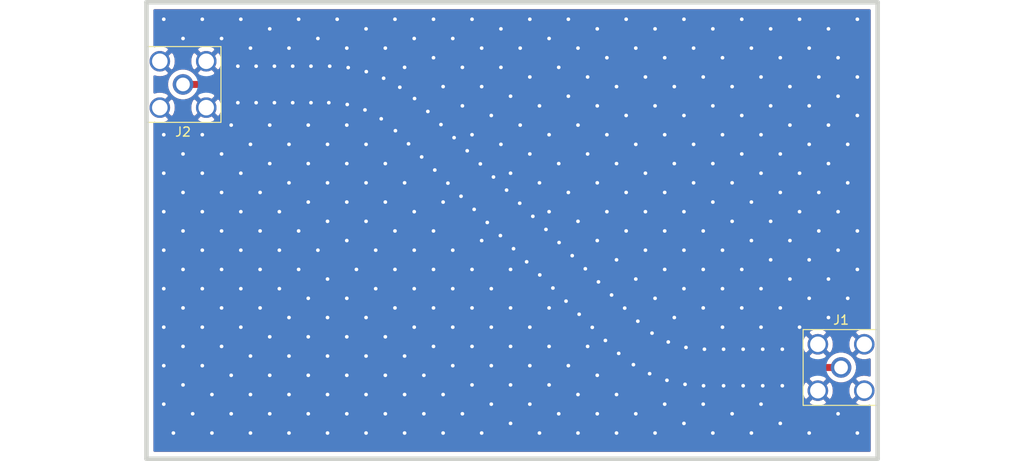
<source format=kicad_pcb>
(kicad_pcb (version 20171130) (host pcbnew "(5.1.5)-3")

  (general
    (thickness 1.6)
    (drawings 37)
    (tracks 442)
    (zones 0)
    (modules 2)
    (nets 3)
  )

  (page A4)
  (layers
    (0 F.Cu signal)
    (31 B.Cu signal)
    (32 B.Adhes user)
    (33 F.Adhes user)
    (34 B.Paste user)
    (35 F.Paste user)
    (36 B.SilkS user)
    (37 F.SilkS user)
    (38 B.Mask user)
    (39 F.Mask user)
    (40 Dwgs.User user)
    (41 Cmts.User user)
    (42 Eco1.User user)
    (43 Eco2.User user)
    (44 Edge.Cuts user)
    (45 Margin user)
    (46 B.CrtYd user)
    (47 F.CrtYd user)
    (48 B.Fab user)
    (49 F.Fab user)
  )

  (setup
    (last_trace_width 0.25)
    (user_trace_width 0.762)
    (user_trace_width 1.016)
    (trace_clearance 0.2)
    (zone_clearance 0.508)
    (zone_45_only no)
    (trace_min 0.2)
    (via_size 0.8)
    (via_drill 0.4)
    (via_min_size 0.4)
    (via_min_drill 0.3)
    (uvia_size 0.3)
    (uvia_drill 0.1)
    (uvias_allowed no)
    (uvia_min_size 0.2)
    (uvia_min_drill 0.1)
    (edge_width 0.05)
    (segment_width 0.2)
    (pcb_text_width 0.3)
    (pcb_text_size 1.5 1.5)
    (mod_edge_width 0.12)
    (mod_text_size 1 1)
    (mod_text_width 0.15)
    (pad_size 1.524 1.524)
    (pad_drill 0.762)
    (pad_to_mask_clearance 0.051)
    (solder_mask_min_width 0.25)
    (aux_axis_origin 0 0)
    (visible_elements 7FFFFFFF)
    (pcbplotparams
      (layerselection 0x010fc_ffffffff)
      (usegerberextensions false)
      (usegerberattributes false)
      (usegerberadvancedattributes false)
      (creategerberjobfile false)
      (excludeedgelayer true)
      (linewidth 0.100000)
      (plotframeref false)
      (viasonmask false)
      (mode 1)
      (useauxorigin false)
      (hpglpennumber 1)
      (hpglpenspeed 20)
      (hpglpendiameter 15.000000)
      (psnegative false)
      (psa4output false)
      (plotreference true)
      (plotvalue true)
      (plotinvisibletext false)
      (padsonsilk false)
      (subtractmaskfromsilk false)
      (outputformat 1)
      (mirror false)
      (drillshape 1)
      (scaleselection 1)
      (outputdirectory ""))
  )

  (net 0 "")
  (net 1 "Net-(J1-Pad1)")
  (net 2 GND)

  (net_class Default "This is the default net class."
    (clearance 0.2)
    (trace_width 0.25)
    (via_dia 0.8)
    (via_drill 0.4)
    (uvia_dia 0.3)
    (uvia_drill 0.1)
    (add_net GND)
    (add_net "Net-(J1-Pad1)")
  )

  (module Connector_Coaxial:SMA_Amphenol_132203-12_Horizontal (layer F.Cu) (tedit 5CF42CD6) (tstamp 5EB14ED8)
    (at 114 74 90)
    (descr https://www.amphenolrf.com/media/downloads/1769/132203-12.pdf)
    (tags "SMA THT Female Jack Horizontal")
    (path /5EB12851)
    (fp_text reference J2 (at -5.2 0) (layer F.SilkS)
      (effects (font (size 1 1) (thickness 0.15)))
    )
    (fp_text value Conn_Coaxial (at 0 5 90) (layer F.Fab)
      (effects (font (size 1 1) (thickness 0.15)))
    )
    (fp_line (start -3.175 -18) (end 3.175 -18.706) (layer F.Fab) (width 0.1))
    (fp_line (start -4 -4) (end 4 -4) (layer F.Fab) (width 0.1))
    (fp_line (start -3.9 -5.07) (end -3.9 -4) (layer F.Fab) (width 0.1))
    (fp_line (start 3.9 -5.07) (end -3.9 -5.07) (layer F.Fab) (width 0.1))
    (fp_line (start 3.9 -4) (end 3.9 -5.07) (layer F.Fab) (width 0.1))
    (fp_line (start 3.175 -19.5) (end 3.175 -5.07) (layer F.Fab) (width 0.1))
    (fp_line (start -3.175 -19.5) (end -3.175 -5.07) (layer F.Fab) (width 0.1))
    (fp_line (start -3.175 -19.5) (end 3.175 -19.5) (layer F.Fab) (width 0.1))
    (fp_text user %R (at 0 0 90) (layer F.Fab)
      (effects (font (size 1 1) (thickness 0.15)))
    )
    (fp_line (start -4.15 -4.15) (end 4.15 -4.15) (layer F.SilkS) (width 0.12))
    (fp_line (start -4.15 4.15) (end 4.15 4.15) (layer F.SilkS) (width 0.12))
    (fp_line (start 4.15 -4.15) (end 4.15 4.15) (layer F.SilkS) (width 0.12))
    (fp_line (start -4.15 -4.15) (end -4.15 4.15) (layer F.SilkS) (width 0.12))
    (fp_line (start 4 -4) (end 4 4) (layer F.Fab) (width 0.1))
    (fp_line (start -4 4) (end 4 4) (layer F.Fab) (width 0.1))
    (fp_line (start -4 -4) (end -4 4) (layer F.Fab) (width 0.1))
    (fp_line (start -4.5 -20) (end 4.5 -20) (layer F.CrtYd) (width 0.05))
    (fp_line (start -4.5 -20) (end -4.5 4.5) (layer F.CrtYd) (width 0.05))
    (fp_line (start 4.5 4.5) (end 4.5 -20) (layer F.CrtYd) (width 0.05))
    (fp_line (start 4.5 4.5) (end -4.5 4.5) (layer F.CrtYd) (width 0.05))
    (fp_line (start -3.175 -17.294) (end 3.175 -18) (layer F.Fab) (width 0.1))
    (fp_line (start -3.175 -16.588) (end 3.175 -17.294) (layer F.Fab) (width 0.1))
    (fp_line (start -3.175 -15.882) (end 3.175 -16.588) (layer F.Fab) (width 0.1))
    (fp_line (start -3.175 -15.176) (end 3.175 -15.882) (layer F.Fab) (width 0.1))
    (fp_line (start -3.175 -14.47) (end 3.175 -15.176) (layer F.Fab) (width 0.1))
    (fp_line (start -3.175 -13.764) (end 3.175 -14.47) (layer F.Fab) (width 0.1))
    (fp_line (start -3.175 -13.058) (end 3.175 -13.764) (layer F.Fab) (width 0.1))
    (fp_line (start -3.175 -12.352) (end 3.175 -13.058) (layer F.Fab) (width 0.1))
    (fp_line (start -3.175 -11.646) (end 3.175 -12.352) (layer F.Fab) (width 0.1))
    (fp_line (start -3.175 -10.94) (end 3.175 -11.646) (layer F.Fab) (width 0.1))
    (fp_line (start -3.175 -10.234) (end 3.175 -10.94) (layer F.Fab) (width 0.1))
    (fp_line (start -3.175 -9.528) (end 3.175 -10.234) (layer F.Fab) (width 0.1))
    (fp_line (start -3.175 -8.822) (end 3.175 -9.528) (layer F.Fab) (width 0.1))
    (fp_line (start -3.175 -8.116) (end 3.175 -8.822) (layer F.Fab) (width 0.1))
    (fp_line (start -3.175 -7.41) (end 3.175 -8.116) (layer F.Fab) (width 0.1))
    (fp_line (start -3.175 -6.704) (end 3.175 -7.41) (layer F.Fab) (width 0.1))
    (fp_line (start -3.175 -5.998) (end 3.175 -6.704) (layer F.Fab) (width 0.1))
    (pad 2 thru_hole circle (at -2.54 2.54 90) (size 2.25 2.25) (drill 1.7) (layers *.Cu *.Mask)
      (net 2 GND))
    (pad 2 thru_hole circle (at -2.54 -2.54 90) (size 2.25 2.25) (drill 1.7) (layers *.Cu *.Mask)
      (net 2 GND))
    (pad 2 thru_hole circle (at 2.54 -2.54 90) (size 2.25 2.25) (drill 1.7) (layers *.Cu *.Mask)
      (net 2 GND))
    (pad 2 thru_hole circle (at 2.54 2.54 180) (size 2.25 2.25) (drill 1.7) (layers *.Cu *.Mask)
      (net 2 GND))
    (pad 1 thru_hole circle (at 0 0 90) (size 2.25 2.25) (drill 1.5) (layers *.Cu *.Mask)
      (net 1 "Net-(J1-Pad1)"))
    (model ${KISYS3DMOD}/Connector_Coaxial.3dshapes/SMA_Amphenol_132203-12_Horizontal.wrl
      (at (xyz 0 0 0))
      (scale (xyz 1 1 1))
      (rotate (xyz 0 0 0))
    )
  )

  (module Connector_Coaxial:SMA_Amphenol_132203-12_Horizontal (layer F.Cu) (tedit 5CF42CD6) (tstamp 5EB14EAA)
    (at 186 105 270)
    (descr https://www.amphenolrf.com/media/downloads/1769/132203-12.pdf)
    (tags "SMA THT Female Jack Horizontal")
    (path /5EB122D7)
    (fp_text reference J1 (at -5.2 0) (layer F.SilkS)
      (effects (font (size 1 1) (thickness 0.15)))
    )
    (fp_text value Conn_Coaxial (at 0 5 90) (layer F.Fab)
      (effects (font (size 1 1) (thickness 0.15)))
    )
    (fp_line (start -3.175 -18) (end 3.175 -18.706) (layer F.Fab) (width 0.1))
    (fp_line (start -4 -4) (end 4 -4) (layer F.Fab) (width 0.1))
    (fp_line (start -3.9 -5.07) (end -3.9 -4) (layer F.Fab) (width 0.1))
    (fp_line (start 3.9 -5.07) (end -3.9 -5.07) (layer F.Fab) (width 0.1))
    (fp_line (start 3.9 -4) (end 3.9 -5.07) (layer F.Fab) (width 0.1))
    (fp_line (start 3.175 -19.5) (end 3.175 -5.07) (layer F.Fab) (width 0.1))
    (fp_line (start -3.175 -19.5) (end -3.175 -5.07) (layer F.Fab) (width 0.1))
    (fp_line (start -3.175 -19.5) (end 3.175 -19.5) (layer F.Fab) (width 0.1))
    (fp_text user %R (at 0 0 90) (layer F.Fab)
      (effects (font (size 1 1) (thickness 0.15)))
    )
    (fp_line (start -4.15 -4.15) (end 4.15 -4.15) (layer F.SilkS) (width 0.12))
    (fp_line (start -4.15 4.15) (end 4.15 4.15) (layer F.SilkS) (width 0.12))
    (fp_line (start 4.15 -4.15) (end 4.15 4.15) (layer F.SilkS) (width 0.12))
    (fp_line (start -4.15 -4.15) (end -4.15 4.15) (layer F.SilkS) (width 0.12))
    (fp_line (start 4 -4) (end 4 4) (layer F.Fab) (width 0.1))
    (fp_line (start -4 4) (end 4 4) (layer F.Fab) (width 0.1))
    (fp_line (start -4 -4) (end -4 4) (layer F.Fab) (width 0.1))
    (fp_line (start -4.5 -20) (end 4.5 -20) (layer F.CrtYd) (width 0.05))
    (fp_line (start -4.5 -20) (end -4.5 4.5) (layer F.CrtYd) (width 0.05))
    (fp_line (start 4.5 4.5) (end 4.5 -20) (layer F.CrtYd) (width 0.05))
    (fp_line (start 4.5 4.5) (end -4.5 4.5) (layer F.CrtYd) (width 0.05))
    (fp_line (start -3.175 -17.294) (end 3.175 -18) (layer F.Fab) (width 0.1))
    (fp_line (start -3.175 -16.588) (end 3.175 -17.294) (layer F.Fab) (width 0.1))
    (fp_line (start -3.175 -15.882) (end 3.175 -16.588) (layer F.Fab) (width 0.1))
    (fp_line (start -3.175 -15.176) (end 3.175 -15.882) (layer F.Fab) (width 0.1))
    (fp_line (start -3.175 -14.47) (end 3.175 -15.176) (layer F.Fab) (width 0.1))
    (fp_line (start -3.175 -13.764) (end 3.175 -14.47) (layer F.Fab) (width 0.1))
    (fp_line (start -3.175 -13.058) (end 3.175 -13.764) (layer F.Fab) (width 0.1))
    (fp_line (start -3.175 -12.352) (end 3.175 -13.058) (layer F.Fab) (width 0.1))
    (fp_line (start -3.175 -11.646) (end 3.175 -12.352) (layer F.Fab) (width 0.1))
    (fp_line (start -3.175 -10.94) (end 3.175 -11.646) (layer F.Fab) (width 0.1))
    (fp_line (start -3.175 -10.234) (end 3.175 -10.94) (layer F.Fab) (width 0.1))
    (fp_line (start -3.175 -9.528) (end 3.175 -10.234) (layer F.Fab) (width 0.1))
    (fp_line (start -3.175 -8.822) (end 3.175 -9.528) (layer F.Fab) (width 0.1))
    (fp_line (start -3.175 -8.116) (end 3.175 -8.822) (layer F.Fab) (width 0.1))
    (fp_line (start -3.175 -7.41) (end 3.175 -8.116) (layer F.Fab) (width 0.1))
    (fp_line (start -3.175 -6.704) (end 3.175 -7.41) (layer F.Fab) (width 0.1))
    (fp_line (start -3.175 -5.998) (end 3.175 -6.704) (layer F.Fab) (width 0.1))
    (pad 2 thru_hole circle (at -2.54 2.54 270) (size 2.25 2.25) (drill 1.7) (layers *.Cu *.Mask)
      (net 2 GND))
    (pad 2 thru_hole circle (at -2.54 -2.54 270) (size 2.25 2.25) (drill 1.7) (layers *.Cu *.Mask)
      (net 2 GND))
    (pad 2 thru_hole circle (at 2.54 -2.54 270) (size 2.25 2.25) (drill 1.7) (layers *.Cu *.Mask)
      (net 2 GND))
    (pad 2 thru_hole circle (at 2.54 2.54) (size 2.25 2.25) (drill 1.7) (layers *.Cu *.Mask)
      (net 2 GND))
    (pad 1 thru_hole circle (at 0 0 270) (size 2.25 2.25) (drill 1.5) (layers *.Cu *.Mask)
      (net 1 "Net-(J1-Pad1)"))
    (model ${KISYS3DMOD}/Connector_Coaxial.3dshapes/SMA_Amphenol_132203-12_Horizontal.wrl
      (at (xyz 0 0 0))
      (scale (xyz 1 1 1))
      (rotate (xyz 0 0 0))
    )
  )

  (gr_line (start 171 105) (end 186 105) (layer F.Mask) (width 2.762) (tstamp 393))
  (gr_line (start 162.464466 101.464466) (end 138.535533 77.535533) (layer F.Mask) (width 2.762) (tstamp 393))
  (gr_line (start 162.893566 101.873003) (end 162.464466 101.464466) (layer F.Mask) (width 2.762) (tstamp 393))
  (gr_line (start 163.342195 102.259993) (end 162.893566 101.873003) (layer F.Mask) (width 2.762) (tstamp 393))
  (gr_line (start 163.809273 102.624504) (end 163.342195 102.259993) (layer F.Mask) (width 2.762) (tstamp 393))
  (gr_line (start 164.293673 102.965658) (end 163.809273 102.624504) (layer F.Mask) (width 2.762) (tstamp 393))
  (gr_line (start 164.79423 103.282632) (end 164.293673 102.965658) (layer F.Mask) (width 2.762) (tstamp 393))
  (gr_line (start 165.309737 103.574663) (end 164.79423 103.282632) (layer F.Mask) (width 2.762) (tstamp 393))
  (gr_line (start 165.838953 103.841048) (end 165.309737 103.574663) (layer F.Mask) (width 2.762) (tstamp 393))
  (gr_line (start 166.380602 104.081144) (end 165.838953 103.841048) (layer F.Mask) (width 2.762) (tstamp 393))
  (gr_line (start 166.933379 104.294374) (end 166.380602 104.081144) (layer F.Mask) (width 2.762) (tstamp 393))
  (gr_line (start 167.495953 104.480223) (end 166.933379 104.294374) (layer F.Mask) (width 2.762) (tstamp 393))
  (gr_line (start 168.066969 104.638245) (end 167.495953 104.480223) (layer F.Mask) (width 2.762) (tstamp 393))
  (gr_line (start 168.645051 104.768057) (end 168.066969 104.638245) (layer F.Mask) (width 2.762) (tstamp 393))
  (gr_line (start 169.228806 104.869348) (end 168.645051 104.768057) (layer F.Mask) (width 2.762) (tstamp 393))
  (gr_line (start 169.816828 104.941874) (end 169.228806 104.869348) (layer F.Mask) (width 2.762) (tstamp 393))
  (gr_line (start 170.4077 104.985459) (end 169.816828 104.941874) (layer F.Mask) (width 2.762) (tstamp 393))
  (gr_line (start 171 105) (end 170.4077 104.985459) (layer F.Mask) (width 2.762) (tstamp 393))
  (gr_line (start 138.106432 77.126996) (end 138.535533 77.535533) (layer F.Mask) (width 2.762) (tstamp 393))
  (gr_line (start 137.657803 76.740005) (end 138.106432 77.126996) (layer F.Mask) (width 2.762) (tstamp 393))
  (gr_line (start 137.190725 76.375494) (end 137.657803 76.740005) (layer F.Mask) (width 2.762) (tstamp 393))
  (gr_line (start 136.706324 76.034341) (end 137.190725 76.375494) (layer F.Mask) (width 2.762) (tstamp 393))
  (gr_line (start 136.205768 75.717367) (end 136.706324 76.034341) (layer F.Mask) (width 2.762) (tstamp 393))
  (gr_line (start 135.690261 75.425336) (end 136.205768 75.717367) (layer F.Mask) (width 2.762) (tstamp 393))
  (gr_line (start 135.161045 75.158951) (end 135.690261 75.425336) (layer F.Mask) (width 2.762) (tstamp 393))
  (gr_line (start 134.619396 74.918855) (end 135.161045 75.158951) (layer F.Mask) (width 2.762) (tstamp 393))
  (gr_line (start 134.066619 74.705625) (end 134.619396 74.918855) (layer F.Mask) (width 2.762) (tstamp 393))
  (gr_line (start 133.504045 74.519776) (end 134.066619 74.705625) (layer F.Mask) (width 2.762) (tstamp 393))
  (gr_line (start 132.933029 74.361754) (end 133.504045 74.519776) (layer F.Mask) (width 2.762) (tstamp 393))
  (gr_line (start 132.354948 74.231942) (end 132.933029 74.361754) (layer F.Mask) (width 2.762) (tstamp 393))
  (gr_line (start 131.771193 74.130651) (end 132.354948 74.231942) (layer F.Mask) (width 2.762) (tstamp 393))
  (gr_line (start 131.183171 74.058125) (end 131.771193 74.130651) (layer F.Mask) (width 2.762) (tstamp 393))
  (gr_line (start 130 74) (end 114 74) (layer F.Mask) (width 2.762) (tstamp 393))
  (gr_line (start 110 115) (end 110 65) (layer Edge.Cuts) (width 0.5) (tstamp 5EB152BA))
  (gr_line (start 190 115) (end 110 115) (layer Edge.Cuts) (width 0.5))
  (gr_line (start 190 65) (end 190 115) (layer Edge.Cuts) (width 0.5))
  (gr_line (start 110 65) (end 190 65) (layer Edge.Cuts) (width 0.5))

  (segment (start 130 74) (end 114 74) (width 0.762) (layer F.Cu) (net 1))
  (segment (start 130 74) (end 130.592299 74.01454) (width 0.762) (layer F.Cu) (net 1) (tstamp 393))
  (segment (start 130.592299 74.01454) (end 131.183171 74.058125) (width 0.762) (layer F.Cu) (net 1) (tstamp 393))
  (segment (start 131.183171 74.058125) (end 131.771193 74.130651) (width 0.762) (layer F.Cu) (net 1) (tstamp 393))
  (segment (start 131.771193 74.130651) (end 132.354948 74.231942) (width 0.762) (layer F.Cu) (net 1) (tstamp 393))
  (segment (start 132.354948 74.231942) (end 132.933029 74.361754) (width 0.762) (layer F.Cu) (net 1) (tstamp 393))
  (segment (start 132.933029 74.361754) (end 133.504045 74.519776) (width 0.762) (layer F.Cu) (net 1) (tstamp 393))
  (segment (start 133.504045 74.519776) (end 134.066619 74.705625) (width 0.762) (layer F.Cu) (net 1) (tstamp 393))
  (segment (start 134.066619 74.705625) (end 134.619396 74.918855) (width 0.762) (layer F.Cu) (net 1) (tstamp 393))
  (segment (start 134.619396 74.918855) (end 135.161045 75.158951) (width 0.762) (layer F.Cu) (net 1) (tstamp 393))
  (segment (start 135.161045 75.158951) (end 135.690261 75.425336) (width 0.762) (layer F.Cu) (net 1) (tstamp 393))
  (segment (start 135.690261 75.425336) (end 136.205768 75.717367) (width 0.762) (layer F.Cu) (net 1) (tstamp 393))
  (segment (start 136.205768 75.717367) (end 136.706324 76.034341) (width 0.762) (layer F.Cu) (net 1) (tstamp 393))
  (segment (start 136.706324 76.034341) (end 137.190725 76.375494) (width 0.762) (layer F.Cu) (net 1) (tstamp 393))
  (segment (start 137.190725 76.375494) (end 137.657803 76.740005) (width 0.762) (layer F.Cu) (net 1) (tstamp 393))
  (segment (start 137.657803 76.740005) (end 138.106432 77.126996) (width 0.762) (layer F.Cu) (net 1) (tstamp 393))
  (segment (start 138.106432 77.126996) (end 138.535533 77.535533) (width 0.762) (layer F.Cu) (net 1) (tstamp 393))
  (segment (start 171 105) (end 186 105) (width 0.762) (layer F.Cu) (net 1))
  (segment (start 171 105) (end 170.4077 104.985459) (width 0.762) (layer F.Cu) (net 1) (tstamp 393))
  (segment (start 170.4077 104.985459) (end 169.816828 104.941874) (width 0.762) (layer F.Cu) (net 1) (tstamp 393))
  (segment (start 169.816828 104.941874) (end 169.228806 104.869348) (width 0.762) (layer F.Cu) (net 1) (tstamp 393))
  (segment (start 169.228806 104.869348) (end 168.645051 104.768057) (width 0.762) (layer F.Cu) (net 1) (tstamp 393))
  (segment (start 168.645051 104.768057) (end 168.066969 104.638245) (width 0.762) (layer F.Cu) (net 1) (tstamp 393))
  (segment (start 168.066969 104.638245) (end 167.495953 104.480223) (width 0.762) (layer F.Cu) (net 1) (tstamp 393))
  (segment (start 167.495953 104.480223) (end 166.933379 104.294374) (width 0.762) (layer F.Cu) (net 1) (tstamp 393))
  (segment (start 166.933379 104.294374) (end 166.380602 104.081144) (width 0.762) (layer F.Cu) (net 1) (tstamp 393))
  (segment (start 166.380602 104.081144) (end 165.838953 103.841048) (width 0.762) (layer F.Cu) (net 1) (tstamp 393))
  (segment (start 165.838953 103.841048) (end 165.309737 103.574663) (width 0.762) (layer F.Cu) (net 1) (tstamp 393))
  (segment (start 165.309737 103.574663) (end 164.79423 103.282632) (width 0.762) (layer F.Cu) (net 1) (tstamp 393))
  (segment (start 164.79423 103.282632) (end 164.293673 102.965658) (width 0.762) (layer F.Cu) (net 1) (tstamp 393))
  (segment (start 164.293673 102.965658) (end 163.809273 102.624504) (width 0.762) (layer F.Cu) (net 1) (tstamp 393))
  (segment (start 163.809273 102.624504) (end 163.342195 102.259993) (width 0.762) (layer F.Cu) (net 1) (tstamp 393))
  (segment (start 163.342195 102.259993) (end 162.893566 101.873003) (width 0.762) (layer F.Cu) (net 1) (tstamp 393))
  (segment (start 162.893566 101.873003) (end 162.464466 101.464466) (width 0.762) (layer F.Cu) (net 1) (tstamp 393))
  (segment (start 162.464466 101.464466) (end 138.535533 77.535533) (width 0.762) (layer F.Cu) (net 1))
  (via (at 173.142857 107) (size 0.8) (drill 0.4) (layers F.Cu B.Cu) (net 2) (tstamp 37))
  (via (at 175.285714 107) (size 0.8) (drill 0.4) (layers F.Cu B.Cu) (net 2) (tstamp 37))
  (via (at 177.428571 107) (size 0.8) (drill 0.4) (layers F.Cu B.Cu) (net 2) (tstamp 37))
  (via (at 179.571428 107) (size 0.8) (drill 0.4) (layers F.Cu B.Cu) (net 2) (tstamp 37))
  (via (at 179.571428 103) (size 0.8) (drill 0.4) (layers F.Cu B.Cu) (net 2) (tstamp 37))
  (via (at 177.428571 103) (size 0.8) (drill 0.4) (layers F.Cu B.Cu) (net 2) (tstamp 37))
  (via (at 175.285714 103) (size 0.8) (drill 0.4) (layers F.Cu B.Cu) (net 2) (tstamp 37))
  (via (at 173.142857 103) (size 0.8) (drill 0.4) (layers F.Cu B.Cu) (net 2) (tstamp 37))
  (via (at 120 76) (size 0.8) (drill 0.4) (layers F.Cu B.Cu) (net 2) (tstamp 37))
  (via (at 122 76) (size 0.8) (drill 0.4) (layers F.Cu B.Cu) (net 2) (tstamp 37))
  (via (at 124 76) (size 0.8) (drill 0.4) (layers F.Cu B.Cu) (net 2) (tstamp 37))
  (via (at 126 76) (size 0.8) (drill 0.4) (layers F.Cu B.Cu) (net 2) (tstamp 37))
  (via (at 128 76) (size 0.8) (drill 0.4) (layers F.Cu B.Cu) (net 2) (tstamp 37))
  (via (at 128 72) (size 0.8) (drill 0.4) (layers F.Cu B.Cu) (net 2) (tstamp 37))
  (via (at 126 72) (size 0.8) (drill 0.4) (layers F.Cu B.Cu) (net 2) (tstamp 37))
  (via (at 124 72) (size 0.8) (drill 0.4) (layers F.Cu B.Cu) (net 2) (tstamp 37))
  (via (at 122 72) (size 0.8) (drill 0.4) (layers F.Cu B.Cu) (net 2) (tstamp 37))
  (via (at 120 72) (size 0.8) (drill 0.4) (layers F.Cu B.Cu) (net 2) (tstamp 37))
  (via (at 169.030937 102.804904) (size 0.8) (drill 0.4) (layers F.Cu B.Cu) (net 2) (tstamp 37))
  (via (at 167.093044 102.209267) (size 0.8) (drill 0.4) (layers F.Cu B.Cu) (net 2) (tstamp 37))
  (via (at 165.313771 101.237862) (size 0.8) (drill 0.4) (layers F.Cu B.Cu) (net 2) (tstamp 37))
  (via (at 163.761739 99.933311) (size 0.8) (drill 0.4) (layers F.Cu B.Cu) (net 2) (tstamp 37))
  (via (at 162.325779 98.497351) (size 0.8) (drill 0.4) (layers F.Cu B.Cu) (net 2) (tstamp 37))
  (via (at 160.889819 97.061391) (size 0.8) (drill 0.4) (layers F.Cu B.Cu) (net 2) (tstamp 37))
  (via (at 159.453859 95.625431) (size 0.8) (drill 0.4) (layers F.Cu B.Cu) (net 2) (tstamp 37))
  (via (at 158.017898 94.18947) (size 0.8) (drill 0.4) (layers F.Cu B.Cu) (net 2) (tstamp 37))
  (via (at 156.581938 92.75351) (size 0.8) (drill 0.4) (layers F.Cu B.Cu) (net 2) (tstamp 37))
  (via (at 155.145978 91.31755) (size 0.8) (drill 0.4) (layers F.Cu B.Cu) (net 2) (tstamp 37))
  (via (at 153.710018 89.88159) (size 0.8) (drill 0.4) (layers F.Cu B.Cu) (net 2) (tstamp 37))
  (via (at 152.274058 88.44563) (size 0.8) (drill 0.4) (layers F.Cu B.Cu) (net 2) (tstamp 37))
  (via (at 150.838098 87.00967) (size 0.8) (drill 0.4) (layers F.Cu B.Cu) (net 2) (tstamp 37))
  (via (at 149.402138 85.57371) (size 0.8) (drill 0.4) (layers F.Cu B.Cu) (net 2) (tstamp 37))
  (via (at 147.966178 84.13775) (size 0.8) (drill 0.4) (layers F.Cu B.Cu) (net 2) (tstamp 37))
  (via (at 146.530218 82.70179) (size 0.8) (drill 0.4) (layers F.Cu B.Cu) (net 2) (tstamp 37))
  (via (at 145.094258 81.26583) (size 0.8) (drill 0.4) (layers F.Cu B.Cu) (net 2) (tstamp 37))
  (via (at 143.658297 79.829869) (size 0.8) (drill 0.4) (layers F.Cu B.Cu) (net 2) (tstamp 37))
  (via (at 142.222337 78.393909) (size 0.8) (drill 0.4) (layers F.Cu B.Cu) (net 2) (tstamp 37))
  (via (at 140.786377 76.957949) (size 0.8) (drill 0.4) (layers F.Cu B.Cu) (net 2) (tstamp 37))
  (via (at 139.33112 75.54214) (size 0.8) (drill 0.4) (layers F.Cu B.Cu) (net 2) (tstamp 37))
  (via (at 137.720021 74.308983) (size 0.8) (drill 0.4) (layers F.Cu B.Cu) (net 2) (tstamp 37))
  (via (at 135.948275 73.320225) (size 0.8) (drill 0.4) (layers F.Cu B.Cu) (net 2) (tstamp 37))
  (via (at 134.052651 72.596489) (size 0.8) (drill 0.4) (layers F.Cu B.Cu) (net 2) (tstamp 37))
  (via (at 132.07245 72.15347) (size 0.8) (drill 0.4) (layers F.Cu B.Cu) (net 2) (tstamp 37))
  (via (at 171.049085 103.000602) (size 0.8) (drill 0.4) (layers F.Cu B.Cu) (net 2) (tstamp 37))
  (via (at 130.049082 72.000602) (size 0.8) (drill 0.4) (layers F.Cu B.Cu) (net 2) (tstamp 37))
  (via (at 131.969064 76.195094) (size 0.8) (drill 0.4) (layers F.Cu B.Cu) (net 2) (tstamp 37))
  (via (at 133.906957 76.790733) (size 0.8) (drill 0.4) (layers F.Cu B.Cu) (net 2) (tstamp 37))
  (via (at 135.686229 77.762138) (size 0.8) (drill 0.4) (layers F.Cu B.Cu) (net 2) (tstamp 37))
  (via (at 137.238261 79.066689) (size 0.8) (drill 0.4) (layers F.Cu B.Cu) (net 2) (tstamp 37))
  (via (at 138.674221 80.502649) (size 0.8) (drill 0.4) (layers F.Cu B.Cu) (net 2) (tstamp 37))
  (via (at 140.110181 81.938609) (size 0.8) (drill 0.4) (layers F.Cu B.Cu) (net 2) (tstamp 37))
  (via (at 141.546141 83.374569) (size 0.8) (drill 0.4) (layers F.Cu B.Cu) (net 2) (tstamp 37))
  (via (at 142.982101 84.810529) (size 0.8) (drill 0.4) (layers F.Cu B.Cu) (net 2) (tstamp 37))
  (via (at 144.418061 86.246489) (size 0.8) (drill 0.4) (layers F.Cu B.Cu) (net 2) (tstamp 37))
  (via (at 145.854021 87.682449) (size 0.8) (drill 0.4) (layers F.Cu B.Cu) (net 2) (tstamp 37))
  (via (at 147.289981 89.118409) (size 0.8) (drill 0.4) (layers F.Cu B.Cu) (net 2) (tstamp 37))
  (via (at 148.725941 90.554369) (size 0.8) (drill 0.4) (layers F.Cu B.Cu) (net 2) (tstamp 37))
  (via (at 150.161901 91.990329) (size 0.8) (drill 0.4) (layers F.Cu B.Cu) (net 2) (tstamp 37))
  (via (at 151.597861 93.426289) (size 0.8) (drill 0.4) (layers F.Cu B.Cu) (net 2) (tstamp 37))
  (via (at 153.033821 94.862249) (size 0.8) (drill 0.4) (layers F.Cu B.Cu) (net 2) (tstamp 37))
  (via (at 154.469781 96.298209) (size 0.8) (drill 0.4) (layers F.Cu B.Cu) (net 2) (tstamp 37))
  (via (at 155.905741 97.734169) (size 0.8) (drill 0.4) (layers F.Cu B.Cu) (net 2) (tstamp 37))
  (via (at 157.341701 99.170129) (size 0.8) (drill 0.4) (layers F.Cu B.Cu) (net 2) (tstamp 37))
  (via (at 158.777661 100.606089) (size 0.8) (drill 0.4) (layers F.Cu B.Cu) (net 2) (tstamp 37))
  (via (at 160.21362 102.042048) (size 0.8) (drill 0.4) (layers F.Cu B.Cu) (net 2) (tstamp 37))
  (via (at 161.668877 103.457858) (size 0.8) (drill 0.4) (layers F.Cu B.Cu) (net 2) (tstamp 37))
  (via (at 163.279976 104.691015) (size 0.8) (drill 0.4) (layers F.Cu B.Cu) (net 2) (tstamp 37))
  (via (at 165.051721 105.679773) (size 0.8) (drill 0.4) (layers F.Cu B.Cu) (net 2) (tstamp 37))
  (via (at 166.947345 106.403509) (size 0.8) (drill 0.4) (layers F.Cu B.Cu) (net 2) (tstamp 37))
  (via (at 168.927546 106.846528) (size 0.8) (drill 0.4) (layers F.Cu B.Cu) (net 2) (tstamp 37))
  (via (at 129.950918 75.999398) (size 0.8) (drill 0.4) (layers F.Cu B.Cu) (net 2) (tstamp 37))
  (via (at 170.950915 106.999398) (size 0.8) (drill 0.4) (layers F.Cu B.Cu) (net 2) (tstamp 37))
  (via (at 111.892999 66.857999) (size 0.8) (drill 0.4) (layers F.Cu B.Cu) (net 2) (tstamp 21))
  (via (at 111.892999 79.505999) (size 0.8) (drill 0.4) (layers F.Cu B.Cu) (net 2) (tstamp 21))
  (via (at 111.892999 83.721999) (size 0.8) (drill 0.4) (layers F.Cu B.Cu) (net 2) (tstamp 21))
  (via (at 111.892999 87.937999) (size 0.8) (drill 0.4) (layers F.Cu B.Cu) (net 2) (tstamp 21))
  (via (at 111.892999 92.153999) (size 0.8) (drill 0.4) (layers F.Cu B.Cu) (net 2) (tstamp 21))
  (via (at 111.892999 96.369999) (size 0.8) (drill 0.4) (layers F.Cu B.Cu) (net 2) (tstamp 21))
  (via (at 111.892999 100.585999) (size 0.8) (drill 0.4) (layers F.Cu B.Cu) (net 2) (tstamp 21))
  (via (at 111.892999 104.801999) (size 0.8) (drill 0.4) (layers F.Cu B.Cu) (net 2) (tstamp 21))
  (via (at 111.892999 109.017999) (size 0.8) (drill 0.4) (layers F.Cu B.Cu) (net 2) (tstamp 21))
  (via (at 112.946999 112.179999) (size 0.8) (drill 0.4) (layers F.Cu B.Cu) (net 2) (tstamp 21))
  (via (at 114.000999 68.965999) (size 0.8) (drill 0.4) (layers F.Cu B.Cu) (net 2) (tstamp 21))
  (via (at 114.000999 81.613999) (size 0.8) (drill 0.4) (layers F.Cu B.Cu) (net 2) (tstamp 21))
  (via (at 114.000999 85.829999) (size 0.8) (drill 0.4) (layers F.Cu B.Cu) (net 2) (tstamp 21))
  (via (at 114.000999 90.045999) (size 0.8) (drill 0.4) (layers F.Cu B.Cu) (net 2) (tstamp 21))
  (via (at 114.000999 94.261999) (size 0.8) (drill 0.4) (layers F.Cu B.Cu) (net 2) (tstamp 21))
  (via (at 114.000999 98.477999) (size 0.8) (drill 0.4) (layers F.Cu B.Cu) (net 2) (tstamp 21))
  (via (at 114.000999 102.693999) (size 0.8) (drill 0.4) (layers F.Cu B.Cu) (net 2) (tstamp 21))
  (via (at 114.000999 106.909999) (size 0.8) (drill 0.4) (layers F.Cu B.Cu) (net 2) (tstamp 21))
  (via (at 115.054999 110.071999) (size 0.8) (drill 0.4) (layers F.Cu B.Cu) (net 2) (tstamp 21))
  (via (at 116.108999 66.857999) (size 0.8) (drill 0.4) (layers F.Cu B.Cu) (net 2) (tstamp 21))
  (via (at 116.108999 79.505999) (size 0.8) (drill 0.4) (layers F.Cu B.Cu) (net 2) (tstamp 21))
  (via (at 116.108999 83.721999) (size 0.8) (drill 0.4) (layers F.Cu B.Cu) (net 2) (tstamp 21))
  (via (at 116.108999 87.937999) (size 0.8) (drill 0.4) (layers F.Cu B.Cu) (net 2) (tstamp 21))
  (via (at 116.108999 92.153999) (size 0.8) (drill 0.4) (layers F.Cu B.Cu) (net 2) (tstamp 21))
  (via (at 116.108999 96.369999) (size 0.8) (drill 0.4) (layers F.Cu B.Cu) (net 2) (tstamp 21))
  (via (at 116.108999 100.585999) (size 0.8) (drill 0.4) (layers F.Cu B.Cu) (net 2) (tstamp 21))
  (via (at 116.108999 104.801999) (size 0.8) (drill 0.4) (layers F.Cu B.Cu) (net 2) (tstamp 21))
  (via (at 117.162999 107.963999) (size 0.8) (drill 0.4) (layers F.Cu B.Cu) (net 2) (tstamp 21))
  (via (at 117.162999 112.179999) (size 0.8) (drill 0.4) (layers F.Cu B.Cu) (net 2) (tstamp 21))
  (via (at 118.216999 68.965999) (size 0.8) (drill 0.4) (layers F.Cu B.Cu) (net 2) (tstamp 21))
  (via (at 118.216999 81.613999) (size 0.8) (drill 0.4) (layers F.Cu B.Cu) (net 2) (tstamp 21))
  (via (at 118.216999 85.829999) (size 0.8) (drill 0.4) (layers F.Cu B.Cu) (net 2) (tstamp 21))
  (via (at 118.216999 90.045999) (size 0.8) (drill 0.4) (layers F.Cu B.Cu) (net 2) (tstamp 21))
  (via (at 118.216999 94.261999) (size 0.8) (drill 0.4) (layers F.Cu B.Cu) (net 2) (tstamp 21))
  (via (at 118.216999 98.477999) (size 0.8) (drill 0.4) (layers F.Cu B.Cu) (net 2) (tstamp 21))
  (via (at 118.216999 102.693999) (size 0.8) (drill 0.4) (layers F.Cu B.Cu) (net 2) (tstamp 21))
  (via (at 119.270999 78.451999) (size 0.8) (drill 0.4) (layers F.Cu B.Cu) (net 2) (tstamp 21))
  (via (at 119.270999 105.855999) (size 0.8) (drill 0.4) (layers F.Cu B.Cu) (net 2) (tstamp 21))
  (via (at 119.270999 110.071999) (size 0.8) (drill 0.4) (layers F.Cu B.Cu) (net 2) (tstamp 21))
  (via (at 120.324999 66.857999) (size 0.8) (drill 0.4) (layers F.Cu B.Cu) (net 2) (tstamp 21))
  (via (at 120.324999 83.721999) (size 0.8) (drill 0.4) (layers F.Cu B.Cu) (net 2) (tstamp 21))
  (via (at 120.324999 87.937999) (size 0.8) (drill 0.4) (layers F.Cu B.Cu) (net 2) (tstamp 21))
  (via (at 120.324999 92.153999) (size 0.8) (drill 0.4) (layers F.Cu B.Cu) (net 2) (tstamp 21))
  (via (at 120.324999 96.369999) (size 0.8) (drill 0.4) (layers F.Cu B.Cu) (net 2) (tstamp 21))
  (via (at 120.324999 100.585999) (size 0.8) (drill 0.4) (layers F.Cu B.Cu) (net 2) (tstamp 21))
  (via (at 121.378999 70.019999) (size 0.8) (drill 0.4) (layers F.Cu B.Cu) (net 2) (tstamp 21))
  (via (at 121.378999 80.559999) (size 0.8) (drill 0.4) (layers F.Cu B.Cu) (net 2) (tstamp 21))
  (via (at 121.378999 103.747999) (size 0.8) (drill 0.4) (layers F.Cu B.Cu) (net 2) (tstamp 21))
  (via (at 121.378999 107.963999) (size 0.8) (drill 0.4) (layers F.Cu B.Cu) (net 2) (tstamp 21))
  (via (at 121.378999 112.179999) (size 0.8) (drill 0.4) (layers F.Cu B.Cu) (net 2) (tstamp 21))
  (via (at 122.432999 85.829999) (size 0.8) (drill 0.4) (layers F.Cu B.Cu) (net 2) (tstamp 21))
  (via (at 122.432999 90.045999) (size 0.8) (drill 0.4) (layers F.Cu B.Cu) (net 2) (tstamp 21))
  (via (at 122.432999 94.261999) (size 0.8) (drill 0.4) (layers F.Cu B.Cu) (net 2) (tstamp 21))
  (via (at 122.432999 98.477999) (size 0.8) (drill 0.4) (layers F.Cu B.Cu) (net 2) (tstamp 21))
  (via (at 123.486999 67.911999) (size 0.8) (drill 0.4) (layers F.Cu B.Cu) (net 2) (tstamp 21))
  (via (at 123.486999 78.451999) (size 0.8) (drill 0.4) (layers F.Cu B.Cu) (net 2) (tstamp 21))
  (via (at 123.486999 82.667999) (size 0.8) (drill 0.4) (layers F.Cu B.Cu) (net 2) (tstamp 21))
  (via (at 123.486999 101.639999) (size 0.8) (drill 0.4) (layers F.Cu B.Cu) (net 2) (tstamp 21))
  (via (at 123.486999 105.855999) (size 0.8) (drill 0.4) (layers F.Cu B.Cu) (net 2) (tstamp 21))
  (via (at 123.486999 110.071999) (size 0.8) (drill 0.4) (layers F.Cu B.Cu) (net 2) (tstamp 21))
  (via (at 124.540999 87.937999) (size 0.8) (drill 0.4) (layers F.Cu B.Cu) (net 2) (tstamp 21))
  (via (at 124.540999 92.153999) (size 0.8) (drill 0.4) (layers F.Cu B.Cu) (net 2) (tstamp 21))
  (via (at 124.540999 96.369999) (size 0.8) (drill 0.4) (layers F.Cu B.Cu) (net 2) (tstamp 21))
  (via (at 125.594999 70.019999) (size 0.8) (drill 0.4) (layers F.Cu B.Cu) (net 2) (tstamp 21))
  (via (at 125.594999 80.559999) (size 0.8) (drill 0.4) (layers F.Cu B.Cu) (net 2) (tstamp 21))
  (via (at 125.594999 84.775999) (size 0.8) (drill 0.4) (layers F.Cu B.Cu) (net 2) (tstamp 21))
  (via (at 125.594999 99.531999) (size 0.8) (drill 0.4) (layers F.Cu B.Cu) (net 2) (tstamp 21))
  (via (at 125.594999 103.747999) (size 0.8) (drill 0.4) (layers F.Cu B.Cu) (net 2) (tstamp 21))
  (via (at 125.594999 107.963999) (size 0.8) (drill 0.4) (layers F.Cu B.Cu) (net 2) (tstamp 21))
  (via (at 125.594999 112.179999) (size 0.8) (drill 0.4) (layers F.Cu B.Cu) (net 2) (tstamp 21))
  (via (at 126.648999 66.857999) (size 0.8) (drill 0.4) (layers F.Cu B.Cu) (net 2) (tstamp 21))
  (via (at 126.648999 90.045999) (size 0.8) (drill 0.4) (layers F.Cu B.Cu) (net 2) (tstamp 21))
  (via (at 126.648999 94.261999) (size 0.8) (drill 0.4) (layers F.Cu B.Cu) (net 2) (tstamp 21))
  (via (at 127.702999 78.451999) (size 0.8) (drill 0.4) (layers F.Cu B.Cu) (net 2) (tstamp 21))
  (via (at 127.702999 82.667999) (size 0.8) (drill 0.4) (layers F.Cu B.Cu) (net 2) (tstamp 21))
  (via (at 127.702999 86.883999) (size 0.8) (drill 0.4) (layers F.Cu B.Cu) (net 2) (tstamp 21))
  (via (at 127.702999 97.423999) (size 0.8) (drill 0.4) (layers F.Cu B.Cu) (net 2) (tstamp 21))
  (via (at 127.702999 101.639999) (size 0.8) (drill 0.4) (layers F.Cu B.Cu) (net 2) (tstamp 21))
  (via (at 127.702999 105.855999) (size 0.8) (drill 0.4) (layers F.Cu B.Cu) (net 2) (tstamp 21))
  (via (at 127.702999 110.071999) (size 0.8) (drill 0.4) (layers F.Cu B.Cu) (net 2) (tstamp 21))
  (via (at 128.756999 68.965999) (size 0.8) (drill 0.4) (layers F.Cu B.Cu) (net 2) (tstamp 21))
  (via (at 128.756999 92.153999) (size 0.8) (drill 0.4) (layers F.Cu B.Cu) (net 2) (tstamp 21))
  (via (at 129.810999 80.559999) (size 0.8) (drill 0.4) (layers F.Cu B.Cu) (net 2) (tstamp 21))
  (via (at 129.810999 84.775999) (size 0.8) (drill 0.4) (layers F.Cu B.Cu) (net 2) (tstamp 21))
  (via (at 129.810999 88.991999) (size 0.8) (drill 0.4) (layers F.Cu B.Cu) (net 2) (tstamp 21))
  (via (at 129.810999 95.315999) (size 0.8) (drill 0.4) (layers F.Cu B.Cu) (net 2) (tstamp 21))
  (via (at 129.810999 99.531999) (size 0.8) (drill 0.4) (layers F.Cu B.Cu) (net 2) (tstamp 21))
  (via (at 129.810999 103.747999) (size 0.8) (drill 0.4) (layers F.Cu B.Cu) (net 2) (tstamp 21))
  (via (at 129.810999 107.963999) (size 0.8) (drill 0.4) (layers F.Cu B.Cu) (net 2) (tstamp 21))
  (via (at 129.810999 112.179999) (size 0.8) (drill 0.4) (layers F.Cu B.Cu) (net 2) (tstamp 21))
  (via (at 130.864999 66.857999) (size 0.8) (drill 0.4) (layers F.Cu B.Cu) (net 2) (tstamp 21))
  (via (at 131.918999 70.019999) (size 0.8) (drill 0.4) (layers F.Cu B.Cu) (net 2) (tstamp 21))
  (via (at 131.918999 78.451999) (size 0.8) (drill 0.4) (layers F.Cu B.Cu) (net 2) (tstamp 21))
  (via (at 131.918999 82.667999) (size 0.8) (drill 0.4) (layers F.Cu B.Cu) (net 2) (tstamp 21))
  (via (at 131.918999 86.883999) (size 0.8) (drill 0.4) (layers F.Cu B.Cu) (net 2) (tstamp 21))
  (via (at 131.918999 91.099999) (size 0.8) (drill 0.4) (layers F.Cu B.Cu) (net 2) (tstamp 21))
  (via (at 131.918999 97.423999) (size 0.8) (drill 0.4) (layers F.Cu B.Cu) (net 2) (tstamp 21))
  (via (at 131.918999 101.639999) (size 0.8) (drill 0.4) (layers F.Cu B.Cu) (net 2) (tstamp 21))
  (via (at 131.918999 105.855999) (size 0.8) (drill 0.4) (layers F.Cu B.Cu) (net 2) (tstamp 21))
  (via (at 131.918999 110.071999) (size 0.8) (drill 0.4) (layers F.Cu B.Cu) (net 2) (tstamp 21))
  (via (at 132.972999 94.261999) (size 0.8) (drill 0.4) (layers F.Cu B.Cu) (net 2) (tstamp 21))
  (via (at 134.026999 67.911999) (size 0.8) (drill 0.4) (layers F.Cu B.Cu) (net 2) (tstamp 21))
  (via (at 134.026999 80.559999) (size 0.8) (drill 0.4) (layers F.Cu B.Cu) (net 2) (tstamp 21))
  (via (at 134.026999 84.775999) (size 0.8) (drill 0.4) (layers F.Cu B.Cu) (net 2) (tstamp 21))
  (via (at 134.026999 88.991999) (size 0.8) (drill 0.4) (layers F.Cu B.Cu) (net 2) (tstamp 21))
  (via (at 134.026999 99.531999) (size 0.8) (drill 0.4) (layers F.Cu B.Cu) (net 2) (tstamp 21))
  (via (at 134.026999 103.747999) (size 0.8) (drill 0.4) (layers F.Cu B.Cu) (net 2) (tstamp 21))
  (via (at 134.026999 107.963999) (size 0.8) (drill 0.4) (layers F.Cu B.Cu) (net 2) (tstamp 21))
  (via (at 134.026999 112.179999) (size 0.8) (drill 0.4) (layers F.Cu B.Cu) (net 2) (tstamp 21))
  (via (at 135.080999 92.153999) (size 0.8) (drill 0.4) (layers F.Cu B.Cu) (net 2) (tstamp 21))
  (via (at 135.080999 96.369999) (size 0.8) (drill 0.4) (layers F.Cu B.Cu) (net 2) (tstamp 21))
  (via (at 136.134999 70.019999) (size 0.8) (drill 0.4) (layers F.Cu B.Cu) (net 2) (tstamp 21))
  (via (at 136.134999 82.667999) (size 0.8) (drill 0.4) (layers F.Cu B.Cu) (net 2) (tstamp 21))
  (via (at 136.134999 86.883999) (size 0.8) (drill 0.4) (layers F.Cu B.Cu) (net 2) (tstamp 21))
  (via (at 136.134999 101.639999) (size 0.8) (drill 0.4) (layers F.Cu B.Cu) (net 2) (tstamp 21))
  (via (at 136.134999 105.855999) (size 0.8) (drill 0.4) (layers F.Cu B.Cu) (net 2) (tstamp 21))
  (via (at 136.134999 110.071999) (size 0.8) (drill 0.4) (layers F.Cu B.Cu) (net 2) (tstamp 21))
  (via (at 137.188999 66.857999) (size 0.8) (drill 0.4) (layers F.Cu B.Cu) (net 2) (tstamp 21))
  (via (at 137.188999 90.045999) (size 0.8) (drill 0.4) (layers F.Cu B.Cu) (net 2) (tstamp 21))
  (via (at 137.188999 94.261999) (size 0.8) (drill 0.4) (layers F.Cu B.Cu) (net 2) (tstamp 21))
  (via (at 137.188999 98.477999) (size 0.8) (drill 0.4) (layers F.Cu B.Cu) (net 2) (tstamp 21))
  (via (at 138.242999 72.127999) (size 0.8) (drill 0.4) (layers F.Cu B.Cu) (net 2) (tstamp 21))
  (via (at 138.242999 84.775999) (size 0.8) (drill 0.4) (layers F.Cu B.Cu) (net 2) (tstamp 21))
  (via (at 138.242999 103.747999) (size 0.8) (drill 0.4) (layers F.Cu B.Cu) (net 2) (tstamp 21))
  (via (at 138.242999 107.963999) (size 0.8) (drill 0.4) (layers F.Cu B.Cu) (net 2) (tstamp 21))
  (via (at 138.242999 112.179999) (size 0.8) (drill 0.4) (layers F.Cu B.Cu) (net 2) (tstamp 21))
  (via (at 139.296999 68.965999) (size 0.8) (drill 0.4) (layers F.Cu B.Cu) (net 2) (tstamp 21))
  (via (at 139.296999 87.937999) (size 0.8) (drill 0.4) (layers F.Cu B.Cu) (net 2) (tstamp 21))
  (via (at 139.296999 92.153999) (size 0.8) (drill 0.4) (layers F.Cu B.Cu) (net 2) (tstamp 21))
  (via (at 139.296999 96.369999) (size 0.8) (drill 0.4) (layers F.Cu B.Cu) (net 2) (tstamp 21))
  (via (at 139.296999 100.585999) (size 0.8) (drill 0.4) (layers F.Cu B.Cu) (net 2) (tstamp 21))
  (via (at 140.350999 105.855999) (size 0.8) (drill 0.4) (layers F.Cu B.Cu) (net 2) (tstamp 21))
  (via (at 140.350999 110.071999) (size 0.8) (drill 0.4) (layers F.Cu B.Cu) (net 2) (tstamp 21))
  (via (at 141.404999 66.857999) (size 0.8) (drill 0.4) (layers F.Cu B.Cu) (net 2) (tstamp 21))
  (via (at 141.404999 71.073999) (size 0.8) (drill 0.4) (layers F.Cu B.Cu) (net 2) (tstamp 21))
  (via (at 141.404999 90.045999) (size 0.8) (drill 0.4) (layers F.Cu B.Cu) (net 2) (tstamp 21))
  (via (at 141.404999 94.261999) (size 0.8) (drill 0.4) (layers F.Cu B.Cu) (net 2) (tstamp 21))
  (via (at 141.404999 98.477999) (size 0.8) (drill 0.4) (layers F.Cu B.Cu) (net 2) (tstamp 21))
  (via (at 141.404999 102.693999) (size 0.8) (drill 0.4) (layers F.Cu B.Cu) (net 2) (tstamp 21))
  (via (at 142.458999 74.235999) (size 0.8) (drill 0.4) (layers F.Cu B.Cu) (net 2) (tstamp 21))
  (via (at 142.458999 86.883999) (size 0.8) (drill 0.4) (layers F.Cu B.Cu) (net 2) (tstamp 21))
  (via (at 142.458999 107.963999) (size 0.8) (drill 0.4) (layers F.Cu B.Cu) (net 2) (tstamp 21))
  (via (at 142.458999 112.179999) (size 0.8) (drill 0.4) (layers F.Cu B.Cu) (net 2) (tstamp 21))
  (via (at 143.512999 68.965999) (size 0.8) (drill 0.4) (layers F.Cu B.Cu) (net 2) (tstamp 21))
  (via (at 143.512999 92.153999) (size 0.8) (drill 0.4) (layers F.Cu B.Cu) (net 2) (tstamp 21))
  (via (at 143.512999 96.369999) (size 0.8) (drill 0.4) (layers F.Cu B.Cu) (net 2) (tstamp 21))
  (via (at 143.512999 100.585999) (size 0.8) (drill 0.4) (layers F.Cu B.Cu) (net 2) (tstamp 21))
  (via (at 143.512999 104.801999) (size 0.8) (drill 0.4) (layers F.Cu B.Cu) (net 2) (tstamp 21))
  (via (at 144.566999 72.127999) (size 0.8) (drill 0.4) (layers F.Cu B.Cu) (net 2) (tstamp 21))
  (via (at 144.566999 76.343999) (size 0.8) (drill 0.4) (layers F.Cu B.Cu) (net 2) (tstamp 21))
  (via (at 144.566999 110.071999) (size 0.8) (drill 0.4) (layers F.Cu B.Cu) (net 2) (tstamp 21))
  (via (at 145.620999 66.857999) (size 0.8) (drill 0.4) (layers F.Cu B.Cu) (net 2) (tstamp 21))
  (via (at 145.620999 79.505999) (size 0.8) (drill 0.4) (layers F.Cu B.Cu) (net 2) (tstamp 21))
  (via (at 145.620999 94.261999) (size 0.8) (drill 0.4) (layers F.Cu B.Cu) (net 2) (tstamp 21))
  (via (at 145.620999 98.477999) (size 0.8) (drill 0.4) (layers F.Cu B.Cu) (net 2) (tstamp 21))
  (via (at 145.620999 102.693999) (size 0.8) (drill 0.4) (layers F.Cu B.Cu) (net 2) (tstamp 21))
  (via (at 145.620999 106.909999) (size 0.8) (drill 0.4) (layers F.Cu B.Cu) (net 2) (tstamp 21))
  (via (at 146.674999 70.019999) (size 0.8) (drill 0.4) (layers F.Cu B.Cu) (net 2) (tstamp 21))
  (via (at 146.674999 74.235999) (size 0.8) (drill 0.4) (layers F.Cu B.Cu) (net 2) (tstamp 21))
  (via (at 146.674999 91.099999) (size 0.8) (drill 0.4) (layers F.Cu B.Cu) (net 2) (tstamp 21))
  (via (at 146.674999 112.179999) (size 0.8) (drill 0.4) (layers F.Cu B.Cu) (net 2) (tstamp 21))
  (via (at 147.728999 77.397999) (size 0.8) (drill 0.4) (layers F.Cu B.Cu) (net 2) (tstamp 21))
  (via (at 147.728999 96.369999) (size 0.8) (drill 0.4) (layers F.Cu B.Cu) (net 2) (tstamp 21))
  (via (at 147.728999 100.585999) (size 0.8) (drill 0.4) (layers F.Cu B.Cu) (net 2) (tstamp 21))
  (via (at 147.728999 104.801999) (size 0.8) (drill 0.4) (layers F.Cu B.Cu) (net 2) (tstamp 21))
  (via (at 147.728999 109.017999) (size 0.8) (drill 0.4) (layers F.Cu B.Cu) (net 2) (tstamp 21))
  (via (at 148.782999 67.911999) (size 0.8) (drill 0.4) (layers F.Cu B.Cu) (net 2) (tstamp 21))
  (via (at 148.782999 72.127999) (size 0.8) (drill 0.4) (layers F.Cu B.Cu) (net 2) (tstamp 21))
  (via (at 148.782999 80.559999) (size 0.8) (drill 0.4) (layers F.Cu B.Cu) (net 2) (tstamp 21))
  (via (at 149.836999 75.289999) (size 0.8) (drill 0.4) (layers F.Cu B.Cu) (net 2) (tstamp 21))
  (via (at 149.836999 83.721999) (size 0.8) (drill 0.4) (layers F.Cu B.Cu) (net 2) (tstamp 21))
  (via (at 149.836999 94.261999) (size 0.8) (drill 0.4) (layers F.Cu B.Cu) (net 2) (tstamp 21))
  (via (at 149.836999 98.477999) (size 0.8) (drill 0.4) (layers F.Cu B.Cu) (net 2) (tstamp 21))
  (via (at 149.836999 102.693999) (size 0.8) (drill 0.4) (layers F.Cu B.Cu) (net 2) (tstamp 21))
  (via (at 149.836999 106.909999) (size 0.8) (drill 0.4) (layers F.Cu B.Cu) (net 2) (tstamp 21))
  (via (at 149.836999 111.125999) (size 0.8) (drill 0.4) (layers F.Cu B.Cu) (net 2) (tstamp 21))
  (via (at 150.890999 70.019999) (size 0.8) (drill 0.4) (layers F.Cu B.Cu) (net 2) (tstamp 21))
  (via (at 150.890999 78.451999) (size 0.8) (drill 0.4) (layers F.Cu B.Cu) (net 2) (tstamp 21))
  (via (at 151.944999 66.857999) (size 0.8) (drill 0.4) (layers F.Cu B.Cu) (net 2) (tstamp 21))
  (via (at 151.944999 73.181999) (size 0.8) (drill 0.4) (layers F.Cu B.Cu) (net 2) (tstamp 21))
  (via (at 151.944999 81.613999) (size 0.8) (drill 0.4) (layers F.Cu B.Cu) (net 2) (tstamp 21))
  (via (at 151.944999 100.585999) (size 0.8) (drill 0.4) (layers F.Cu B.Cu) (net 2) (tstamp 21))
  (via (at 151.944999 104.801999) (size 0.8) (drill 0.4) (layers F.Cu B.Cu) (net 2) (tstamp 21))
  (via (at 151.944999 109.017999) (size 0.8) (drill 0.4) (layers F.Cu B.Cu) (net 2) (tstamp 21))
  (via (at 152.998999 76.343999) (size 0.8) (drill 0.4) (layers F.Cu B.Cu) (net 2) (tstamp 21))
  (via (at 152.998999 84.775999) (size 0.8) (drill 0.4) (layers F.Cu B.Cu) (net 2) (tstamp 21))
  (via (at 152.998999 112.179999) (size 0.8) (drill 0.4) (layers F.Cu B.Cu) (net 2) (tstamp 21))
  (via (at 154.052999 68.965999) (size 0.8) (drill 0.4) (layers F.Cu B.Cu) (net 2) (tstamp 21))
  (via (at 154.052999 79.505999) (size 0.8) (drill 0.4) (layers F.Cu B.Cu) (net 2) (tstamp 21))
  (via (at 154.052999 87.937999) (size 0.8) (drill 0.4) (layers F.Cu B.Cu) (net 2) (tstamp 21))
  (via (at 154.052999 98.477999) (size 0.8) (drill 0.4) (layers F.Cu B.Cu) (net 2) (tstamp 21))
  (via (at 154.052999 102.693999) (size 0.8) (drill 0.4) (layers F.Cu B.Cu) (net 2) (tstamp 21))
  (via (at 154.052999 106.909999) (size 0.8) (drill 0.4) (layers F.Cu B.Cu) (net 2) (tstamp 21))
  (via (at 155.106999 72.127999) (size 0.8) (drill 0.4) (layers F.Cu B.Cu) (net 2) (tstamp 21))
  (via (at 155.106999 82.667999) (size 0.8) (drill 0.4) (layers F.Cu B.Cu) (net 2) (tstamp 21))
  (via (at 155.106999 110.071999) (size 0.8) (drill 0.4) (layers F.Cu B.Cu) (net 2) (tstamp 21))
  (via (at 156.160999 66.857999) (size 0.8) (drill 0.4) (layers F.Cu B.Cu) (net 2) (tstamp 21))
  (via (at 156.160999 75.289999) (size 0.8) (drill 0.4) (layers F.Cu B.Cu) (net 2) (tstamp 21))
  (via (at 156.160999 85.829999) (size 0.8) (drill 0.4) (layers F.Cu B.Cu) (net 2) (tstamp 21))
  (via (at 156.160999 104.801999) (size 0.8) (drill 0.4) (layers F.Cu B.Cu) (net 2) (tstamp 21))
  (via (at 157.214999 70.019999) (size 0.8) (drill 0.4) (layers F.Cu B.Cu) (net 2) (tstamp 21))
  (via (at 157.214999 78.451999) (size 0.8) (drill 0.4) (layers F.Cu B.Cu) (net 2) (tstamp 21))
  (via (at 157.214999 88.991999) (size 0.8) (drill 0.4) (layers F.Cu B.Cu) (net 2) (tstamp 21))
  (via (at 157.214999 107.963999) (size 0.8) (drill 0.4) (layers F.Cu B.Cu) (net 2) (tstamp 21))
  (via (at 157.214999 112.179999) (size 0.8) (drill 0.4) (layers F.Cu B.Cu) (net 2) (tstamp 21))
  (via (at 158.268999 73.181999) (size 0.8) (drill 0.4) (layers F.Cu B.Cu) (net 2) (tstamp 21))
  (via (at 158.268999 81.613999) (size 0.8) (drill 0.4) (layers F.Cu B.Cu) (net 2) (tstamp 21))
  (via (at 158.268999 102.693999) (size 0.8) (drill 0.4) (layers F.Cu B.Cu) (net 2) (tstamp 21))
  (via (at 159.322999 67.911999) (size 0.8) (drill 0.4) (layers F.Cu B.Cu) (net 2) (tstamp 21))
  (via (at 159.322999 76.343999) (size 0.8) (drill 0.4) (layers F.Cu B.Cu) (net 2) (tstamp 21))
  (via (at 159.322999 84.775999) (size 0.8) (drill 0.4) (layers F.Cu B.Cu) (net 2) (tstamp 21))
  (via (at 159.322999 91.099999) (size 0.8) (drill 0.4) (layers F.Cu B.Cu) (net 2) (tstamp 21))
  (via (at 159.322999 105.855999) (size 0.8) (drill 0.4) (layers F.Cu B.Cu) (net 2) (tstamp 21))
  (via (at 159.322999 110.071999) (size 0.8) (drill 0.4) (layers F.Cu B.Cu) (net 2) (tstamp 21))
  (via (at 160.376999 71.073999) (size 0.8) (drill 0.4) (layers F.Cu B.Cu) (net 2) (tstamp 21))
  (via (at 160.376999 79.505999) (size 0.8) (drill 0.4) (layers F.Cu B.Cu) (net 2) (tstamp 21))
  (via (at 160.376999 87.937999) (size 0.8) (drill 0.4) (layers F.Cu B.Cu) (net 2) (tstamp 21))
  (via (at 161.430999 74.235999) (size 0.8) (drill 0.4) (layers F.Cu B.Cu) (net 2) (tstamp 21))
  (via (at 161.430999 82.667999) (size 0.8) (drill 0.4) (layers F.Cu B.Cu) (net 2) (tstamp 21))
  (via (at 161.430999 93.207999) (size 0.8) (drill 0.4) (layers F.Cu B.Cu) (net 2) (tstamp 21))
  (via (at 161.430999 107.963999) (size 0.8) (drill 0.4) (layers F.Cu B.Cu) (net 2) (tstamp 21))
  (via (at 161.430999 112.179999) (size 0.8) (drill 0.4) (layers F.Cu B.Cu) (net 2) (tstamp 21))
  (via (at 162.484999 66.857999) (size 0.8) (drill 0.4) (layers F.Cu B.Cu) (net 2) (tstamp 21))
  (via (at 162.484999 77.397999) (size 0.8) (drill 0.4) (layers F.Cu B.Cu) (net 2) (tstamp 21))
  (via (at 162.484999 85.829999) (size 0.8) (drill 0.4) (layers F.Cu B.Cu) (net 2) (tstamp 21))
  (via (at 162.484999 90.045999) (size 0.8) (drill 0.4) (layers F.Cu B.Cu) (net 2) (tstamp 21))
  (via (at 163.538999 70.019999) (size 0.8) (drill 0.4) (layers F.Cu B.Cu) (net 2) (tstamp 21))
  (via (at 163.538999 80.559999) (size 0.8) (drill 0.4) (layers F.Cu B.Cu) (net 2) (tstamp 21))
  (via (at 163.538999 95.315999) (size 0.8) (drill 0.4) (layers F.Cu B.Cu) (net 2) (tstamp 21))
  (via (at 163.538999 110.071999) (size 0.8) (drill 0.4) (layers F.Cu B.Cu) (net 2) (tstamp 21))
  (via (at 164.592999 73.181999) (size 0.8) (drill 0.4) (layers F.Cu B.Cu) (net 2) (tstamp 21))
  (via (at 164.592999 83.721999) (size 0.8) (drill 0.4) (layers F.Cu B.Cu) (net 2) (tstamp 21))
  (via (at 164.592999 87.937999) (size 0.8) (drill 0.4) (layers F.Cu B.Cu) (net 2) (tstamp 21))
  (via (at 164.592999 92.153999) (size 0.8) (drill 0.4) (layers F.Cu B.Cu) (net 2) (tstamp 21))
  (via (at 165.646999 67.911999) (size 0.8) (drill 0.4) (layers F.Cu B.Cu) (net 2) (tstamp 21))
  (via (at 165.646999 76.343999) (size 0.8) (drill 0.4) (layers F.Cu B.Cu) (net 2) (tstamp 21))
  (via (at 165.646999 97.423999) (size 0.8) (drill 0.4) (layers F.Cu B.Cu) (net 2) (tstamp 21))
  (via (at 165.646999 112.179999) (size 0.8) (drill 0.4) (layers F.Cu B.Cu) (net 2) (tstamp 21))
  (via (at 166.700999 71.073999) (size 0.8) (drill 0.4) (layers F.Cu B.Cu) (net 2) (tstamp 21))
  (via (at 166.700999 79.505999) (size 0.8) (drill 0.4) (layers F.Cu B.Cu) (net 2) (tstamp 21))
  (via (at 166.700999 85.829999) (size 0.8) (drill 0.4) (layers F.Cu B.Cu) (net 2) (tstamp 21))
  (via (at 166.700999 90.045999) (size 0.8) (drill 0.4) (layers F.Cu B.Cu) (net 2) (tstamp 21))
  (via (at 166.700999 94.261999) (size 0.8) (drill 0.4) (layers F.Cu B.Cu) (net 2) (tstamp 21))
  (via (at 166.700999 109.017999) (size 0.8) (drill 0.4) (layers F.Cu B.Cu) (net 2) (tstamp 21))
  (via (at 167.754999 74.235999) (size 0.8) (drill 0.4) (layers F.Cu B.Cu) (net 2) (tstamp 21))
  (via (at 167.754999 82.667999) (size 0.8) (drill 0.4) (layers F.Cu B.Cu) (net 2) (tstamp 21))
  (via (at 167.754999 99.531999) (size 0.8) (drill 0.4) (layers F.Cu B.Cu) (net 2) (tstamp 21))
  (via (at 168.808999 66.857999) (size 0.8) (drill 0.4) (layers F.Cu B.Cu) (net 2) (tstamp 21))
  (via (at 168.808999 77.397999) (size 0.8) (drill 0.4) (layers F.Cu B.Cu) (net 2) (tstamp 21))
  (via (at 168.808999 87.937999) (size 0.8) (drill 0.4) (layers F.Cu B.Cu) (net 2) (tstamp 21))
  (via (at 168.808999 92.153999) (size 0.8) (drill 0.4) (layers F.Cu B.Cu) (net 2) (tstamp 21))
  (via (at 168.808999 96.369999) (size 0.8) (drill 0.4) (layers F.Cu B.Cu) (net 2) (tstamp 21))
  (via (at 168.808999 111.125999) (size 0.8) (drill 0.4) (layers F.Cu B.Cu) (net 2) (tstamp 21))
  (via (at 169.862999 70.019999) (size 0.8) (drill 0.4) (layers F.Cu B.Cu) (net 2) (tstamp 21))
  (via (at 169.862999 80.559999) (size 0.8) (drill 0.4) (layers F.Cu B.Cu) (net 2) (tstamp 21))
  (via (at 169.862999 84.775999) (size 0.8) (drill 0.4) (layers F.Cu B.Cu) (net 2) (tstamp 21))
  (via (at 170.916999 73.181999) (size 0.8) (drill 0.4) (layers F.Cu B.Cu) (net 2) (tstamp 21))
  (via (at 170.916999 90.045999) (size 0.8) (drill 0.4) (layers F.Cu B.Cu) (net 2) (tstamp 21))
  (via (at 170.916999 94.261999) (size 0.8) (drill 0.4) (layers F.Cu B.Cu) (net 2) (tstamp 21))
  (via (at 170.916999 98.477999) (size 0.8) (drill 0.4) (layers F.Cu B.Cu) (net 2) (tstamp 21))
  (via (at 170.916999 109.017999) (size 0.8) (drill 0.4) (layers F.Cu B.Cu) (net 2) (tstamp 21))
  (via (at 171.970999 67.911999) (size 0.8) (drill 0.4) (layers F.Cu B.Cu) (net 2) (tstamp 21))
  (via (at 171.970999 76.343999) (size 0.8) (drill 0.4) (layers F.Cu B.Cu) (net 2) (tstamp 21))
  (via (at 171.970999 82.667999) (size 0.8) (drill 0.4) (layers F.Cu B.Cu) (net 2) (tstamp 21))
  (via (at 171.970999 86.883999) (size 0.8) (drill 0.4) (layers F.Cu B.Cu) (net 2) (tstamp 21))
  (via (at 171.970999 112.179999) (size 0.8) (drill 0.4) (layers F.Cu B.Cu) (net 2) (tstamp 21))
  (via (at 173.024999 71.073999) (size 0.8) (drill 0.4) (layers F.Cu B.Cu) (net 2) (tstamp 21))
  (via (at 173.024999 79.505999) (size 0.8) (drill 0.4) (layers F.Cu B.Cu) (net 2) (tstamp 21))
  (via (at 173.024999 92.153999) (size 0.8) (drill 0.4) (layers F.Cu B.Cu) (net 2) (tstamp 21))
  (via (at 173.024999 96.369999) (size 0.8) (drill 0.4) (layers F.Cu B.Cu) (net 2) (tstamp 21))
  (via (at 173.024999 100.585999) (size 0.8) (drill 0.4) (layers F.Cu B.Cu) (net 2) (tstamp 21))
  (via (at 174.078999 74.235999) (size 0.8) (drill 0.4) (layers F.Cu B.Cu) (net 2) (tstamp 21))
  (via (at 174.078999 84.775999) (size 0.8) (drill 0.4) (layers F.Cu B.Cu) (net 2) (tstamp 21))
  (via (at 174.078999 88.991999) (size 0.8) (drill 0.4) (layers F.Cu B.Cu) (net 2) (tstamp 21))
  (via (at 174.078999 110.071999) (size 0.8) (drill 0.4) (layers F.Cu B.Cu) (net 2) (tstamp 21))
  (via (at 175.132999 66.857999) (size 0.8) (drill 0.4) (layers F.Cu B.Cu) (net 2) (tstamp 21))
  (via (at 175.132999 77.397999) (size 0.8) (drill 0.4) (layers F.Cu B.Cu) (net 2) (tstamp 21))
  (via (at 175.132999 81.613999) (size 0.8) (drill 0.4) (layers F.Cu B.Cu) (net 2) (tstamp 21))
  (via (at 175.132999 94.261999) (size 0.8) (drill 0.4) (layers F.Cu B.Cu) (net 2) (tstamp 21))
  (via (at 175.132999 98.477999) (size 0.8) (drill 0.4) (layers F.Cu B.Cu) (net 2) (tstamp 21))
  (via (at 176.186999 70.019999) (size 0.8) (drill 0.4) (layers F.Cu B.Cu) (net 2) (tstamp 21))
  (via (at 176.186999 86.883999) (size 0.8) (drill 0.4) (layers F.Cu B.Cu) (net 2) (tstamp 21))
  (via (at 176.186999 91.099999) (size 0.8) (drill 0.4) (layers F.Cu B.Cu) (net 2) (tstamp 21))
  (via (at 176.186999 112.179999) (size 0.8) (drill 0.4) (layers F.Cu B.Cu) (net 2) (tstamp 21))
  (via (at 177.240999 73.181999) (size 0.8) (drill 0.4) (layers F.Cu B.Cu) (net 2) (tstamp 21))
  (via (at 177.240999 79.505999) (size 0.8) (drill 0.4) (layers F.Cu B.Cu) (net 2) (tstamp 21))
  (via (at 177.240999 83.721999) (size 0.8) (drill 0.4) (layers F.Cu B.Cu) (net 2) (tstamp 21))
  (via (at 177.240999 96.369999) (size 0.8) (drill 0.4) (layers F.Cu B.Cu) (net 2) (tstamp 21))
  (via (at 177.240999 100.585999) (size 0.8) (drill 0.4) (layers F.Cu B.Cu) (net 2) (tstamp 21))
  (via (at 177.240999 109.017999) (size 0.8) (drill 0.4) (layers F.Cu B.Cu) (net 2) (tstamp 21))
  (via (at 178.294999 67.911999) (size 0.8) (drill 0.4) (layers F.Cu B.Cu) (net 2) (tstamp 21))
  (via (at 178.294999 76.343999) (size 0.8) (drill 0.4) (layers F.Cu B.Cu) (net 2) (tstamp 21))
  (via (at 178.294999 88.991999) (size 0.8) (drill 0.4) (layers F.Cu B.Cu) (net 2) (tstamp 21))
  (via (at 178.294999 93.207999) (size 0.8) (drill 0.4) (layers F.Cu B.Cu) (net 2) (tstamp 21))
  (via (at 179.348999 71.073999) (size 0.8) (drill 0.4) (layers F.Cu B.Cu) (net 2) (tstamp 21))
  (via (at 179.348999 81.613999) (size 0.8) (drill 0.4) (layers F.Cu B.Cu) (net 2) (tstamp 21))
  (via (at 179.348999 85.829999) (size 0.8) (drill 0.4) (layers F.Cu B.Cu) (net 2) (tstamp 21))
  (via (at 179.348999 98.477999) (size 0.8) (drill 0.4) (layers F.Cu B.Cu) (net 2) (tstamp 21))
  (via (at 179.348999 111.125999) (size 0.8) (drill 0.4) (layers F.Cu B.Cu) (net 2) (tstamp 21))
  (via (at 180.402999 74.235999) (size 0.8) (drill 0.4) (layers F.Cu B.Cu) (net 2) (tstamp 21))
  (via (at 180.402999 78.451999) (size 0.8) (drill 0.4) (layers F.Cu B.Cu) (net 2) (tstamp 21))
  (via (at 180.402999 91.099999) (size 0.8) (drill 0.4) (layers F.Cu B.Cu) (net 2) (tstamp 21))
  (via (at 180.402999 95.315999) (size 0.8) (drill 0.4) (layers F.Cu B.Cu) (net 2) (tstamp 21))
  (via (at 181.456999 66.857999) (size 0.8) (drill 0.4) (layers F.Cu B.Cu) (net 2) (tstamp 21))
  (via (at 181.456999 83.721999) (size 0.8) (drill 0.4) (layers F.Cu B.Cu) (net 2) (tstamp 21))
  (via (at 181.456999 87.937999) (size 0.8) (drill 0.4) (layers F.Cu B.Cu) (net 2) (tstamp 21))
  (via (at 181.456999 100.585999) (size 0.8) (drill 0.4) (layers F.Cu B.Cu) (net 2) (tstamp 21))
  (via (at 182.510999 70.019999) (size 0.8) (drill 0.4) (layers F.Cu B.Cu) (net 2) (tstamp 21))
  (via (at 182.510999 76.343999) (size 0.8) (drill 0.4) (layers F.Cu B.Cu) (net 2) (tstamp 21))
  (via (at 182.510999 80.559999) (size 0.8) (drill 0.4) (layers F.Cu B.Cu) (net 2) (tstamp 21))
  (via (at 182.510999 93.207999) (size 0.8) (drill 0.4) (layers F.Cu B.Cu) (net 2) (tstamp 21))
  (via (at 182.510999 97.423999) (size 0.8) (drill 0.4) (layers F.Cu B.Cu) (net 2) (tstamp 21))
  (via (at 182.510999 112.179999) (size 0.8) (drill 0.4) (layers F.Cu B.Cu) (net 2) (tstamp 21))
  (via (at 183.564999 73.181999) (size 0.8) (drill 0.4) (layers F.Cu B.Cu) (net 2) (tstamp 21))
  (via (at 183.564999 85.829999) (size 0.8) (drill 0.4) (layers F.Cu B.Cu) (net 2) (tstamp 21))
  (via (at 183.564999 90.045999) (size 0.8) (drill 0.4) (layers F.Cu B.Cu) (net 2) (tstamp 21))
  (via (at 184.618999 67.911999) (size 0.8) (drill 0.4) (layers F.Cu B.Cu) (net 2) (tstamp 21))
  (via (at 184.618999 78.451999) (size 0.8) (drill 0.4) (layers F.Cu B.Cu) (net 2) (tstamp 21))
  (via (at 184.618999 82.667999) (size 0.8) (drill 0.4) (layers F.Cu B.Cu) (net 2) (tstamp 21))
  (via (at 184.618999 95.315999) (size 0.8) (drill 0.4) (layers F.Cu B.Cu) (net 2) (tstamp 21))
  (via (at 184.618999 99.531999) (size 0.8) (drill 0.4) (layers F.Cu B.Cu) (net 2) (tstamp 21))
  (via (at 185.672999 71.073999) (size 0.8) (drill 0.4) (layers F.Cu B.Cu) (net 2) (tstamp 21))
  (via (at 185.672999 75.289999) (size 0.8) (drill 0.4) (layers F.Cu B.Cu) (net 2) (tstamp 21))
  (via (at 185.672999 87.937999) (size 0.8) (drill 0.4) (layers F.Cu B.Cu) (net 2) (tstamp 21))
  (via (at 185.672999 92.153999) (size 0.8) (drill 0.4) (layers F.Cu B.Cu) (net 2) (tstamp 21))
  (via (at 185.672999 110.071999) (size 0.8) (drill 0.4) (layers F.Cu B.Cu) (net 2) (tstamp 21))
  (via (at 186.726999 80.559999) (size 0.8) (drill 0.4) (layers F.Cu B.Cu) (net 2) (tstamp 21))
  (via (at 186.726999 84.775999) (size 0.8) (drill 0.4) (layers F.Cu B.Cu) (net 2) (tstamp 21))
  (via (at 186.726999 97.423999) (size 0.8) (drill 0.4) (layers F.Cu B.Cu) (net 2) (tstamp 21))
  (via (at 187.780999 66.857999) (size 0.8) (drill 0.4) (layers F.Cu B.Cu) (net 2) (tstamp 21))
  (via (at 187.780999 73.181999) (size 0.8) (drill 0.4) (layers F.Cu B.Cu) (net 2) (tstamp 21))
  (via (at 187.780999 77.397999) (size 0.8) (drill 0.4) (layers F.Cu B.Cu) (net 2) (tstamp 21))
  (via (at 187.780999 90.045999) (size 0.8) (drill 0.4) (layers F.Cu B.Cu) (net 2) (tstamp 21))
  (via (at 187.780999 94.261999) (size 0.8) (drill 0.4) (layers F.Cu B.Cu) (net 2) (tstamp 21))
  (via (at 187.780999 112.179999) (size 0.8) (drill 0.4) (layers F.Cu B.Cu) (net 2) (tstamp 21))

  (zone (net 2) (net_name GND) (layer F.Cu) (tstamp 0) (hatch edge 0.508)
    (connect_pads (clearance 0.508))
    (min_thickness 0.254)
    (fill yes (arc_segments 32) (thermal_gap 0.508) (thermal_bridge_width 0.508))
    (polygon
      (pts
        (xy 190 115) (xy 110 115) (xy 110 65) (xy 190 65)
      )
    )
    (filled_polygon
      (pts
        (xy 189.115001 100.792) (xy 188.828295 100.71514) (xy 188.48235 100.692424) (xy 188.13862 100.737634) (xy 187.810315 100.849034)
        (xy 187.605921 100.958286) (xy 187.495074 101.235469) (xy 188.54 102.280395) (xy 188.554143 102.266253) (xy 188.733748 102.445858)
        (xy 188.719605 102.46) (xy 188.733748 102.474143) (xy 188.554143 102.653748) (xy 188.54 102.639605) (xy 187.495074 103.684531)
        (xy 187.605921 103.961714) (xy 187.91684 104.115089) (xy 188.251705 104.20486) (xy 188.59765 104.227576) (xy 188.94138 104.182366)
        (xy 189.115001 104.123453) (xy 189.115001 105.872) (xy 188.828295 105.79514) (xy 188.48235 105.772424) (xy 188.13862 105.817634)
        (xy 187.810315 105.929034) (xy 187.605921 106.038286) (xy 187.495074 106.315469) (xy 188.54 107.360395) (xy 188.554143 107.346253)
        (xy 188.733748 107.525858) (xy 188.719605 107.54) (xy 188.733748 107.554143) (xy 188.554143 107.733748) (xy 188.54 107.719605)
        (xy 187.495074 108.764531) (xy 187.605921 109.041714) (xy 187.91684 109.195089) (xy 188.251705 109.28486) (xy 188.59765 109.307576)
        (xy 188.94138 109.262366) (xy 189.115001 109.203453) (xy 189.115001 114.115) (xy 110.885 114.115) (xy 110.885 108.764531)
        (xy 182.415074 108.764531) (xy 182.525921 109.041714) (xy 182.83684 109.195089) (xy 183.171705 109.28486) (xy 183.51765 109.307576)
        (xy 183.86138 109.262366) (xy 184.189685 109.150966) (xy 184.394079 109.041714) (xy 184.504926 108.764531) (xy 183.46 107.719605)
        (xy 182.415074 108.764531) (xy 110.885 108.764531) (xy 110.885 107.59765) (xy 181.692424 107.59765) (xy 181.737634 107.94138)
        (xy 181.849034 108.269685) (xy 181.958286 108.474079) (xy 182.235469 108.584926) (xy 183.280395 107.54) (xy 183.639605 107.54)
        (xy 184.684531 108.584926) (xy 184.961714 108.474079) (xy 185.115089 108.16316) (xy 185.20486 107.828295) (xy 185.220004 107.59765)
        (xy 186.772424 107.59765) (xy 186.817634 107.94138) (xy 186.929034 108.269685) (xy 187.038286 108.474079) (xy 187.315469 108.584926)
        (xy 188.360395 107.54) (xy 187.315469 106.495074) (xy 187.038286 106.605921) (xy 186.884911 106.91684) (xy 186.79514 107.251705)
        (xy 186.772424 107.59765) (xy 185.220004 107.59765) (xy 185.227576 107.48235) (xy 185.182366 107.13862) (xy 185.070966 106.810315)
        (xy 184.961714 106.605921) (xy 184.684531 106.495074) (xy 183.639605 107.54) (xy 183.280395 107.54) (xy 182.235469 106.495074)
        (xy 181.958286 106.605921) (xy 181.804911 106.91684) (xy 181.71514 107.251705) (xy 181.692424 107.59765) (xy 110.885 107.59765)
        (xy 110.885 78.208) (xy 111.171705 78.28486) (xy 111.51765 78.307576) (xy 111.86138 78.262366) (xy 112.189685 78.150966)
        (xy 112.394079 78.041714) (xy 112.504926 77.764531) (xy 115.495074 77.764531) (xy 115.605921 78.041714) (xy 115.91684 78.195089)
        (xy 116.251705 78.28486) (xy 116.59765 78.307576) (xy 116.94138 78.262366) (xy 117.269685 78.150966) (xy 117.474079 78.041714)
        (xy 117.584926 77.764531) (xy 116.54 76.719605) (xy 115.495074 77.764531) (xy 112.504926 77.764531) (xy 111.46 76.719605)
        (xy 111.445858 76.733748) (xy 111.266253 76.554143) (xy 111.280395 76.54) (xy 111.639605 76.54) (xy 112.684531 77.584926)
        (xy 112.961714 77.474079) (xy 113.115089 77.16316) (xy 113.20486 76.828295) (xy 113.220004 76.59765) (xy 114.772424 76.59765)
        (xy 114.817634 76.94138) (xy 114.929034 77.269685) (xy 115.038286 77.474079) (xy 115.315469 77.584926) (xy 116.360395 76.54)
        (xy 116.719605 76.54) (xy 117.764531 77.584926) (xy 118.041714 77.474079) (xy 118.195089 77.16316) (xy 118.28486 76.828295)
        (xy 118.307576 76.48235) (xy 118.262366 76.13862) (xy 118.150966 75.810315) (xy 118.041714 75.605921) (xy 117.764531 75.495074)
        (xy 116.719605 76.54) (xy 116.360395 76.54) (xy 115.315469 75.495074) (xy 115.038286 75.605921) (xy 114.884911 75.91684)
        (xy 114.79514 76.251705) (xy 114.772424 76.59765) (xy 113.220004 76.59765) (xy 113.227576 76.48235) (xy 113.182366 76.13862)
        (xy 113.070966 75.810315) (xy 112.961714 75.605921) (xy 112.684531 75.495074) (xy 111.639605 76.54) (xy 111.280395 76.54)
        (xy 111.266253 76.525858) (xy 111.445858 76.346253) (xy 111.46 76.360395) (xy 112.504926 75.315469) (xy 112.394079 75.038286)
        (xy 112.08316 74.884911) (xy 111.748295 74.79514) (xy 111.40235 74.772424) (xy 111.05862 74.817634) (xy 110.885 74.876546)
        (xy 110.885 73.826655) (xy 112.24 73.826655) (xy 112.24 74.173345) (xy 112.307636 74.513373) (xy 112.440308 74.833673)
        (xy 112.632919 75.121935) (xy 112.878065 75.367081) (xy 113.166327 75.559692) (xy 113.486627 75.692364) (xy 113.826655 75.76)
        (xy 114.173345 75.76) (xy 114.513373 75.692364) (xy 114.833673 75.559692) (xy 115.121935 75.367081) (xy 115.367081 75.121935)
        (xy 115.437865 75.016) (xy 115.647615 75.016) (xy 115.605921 75.038286) (xy 115.495074 75.315469) (xy 116.54 76.360395)
        (xy 117.584926 75.315469) (xy 117.474079 75.038286) (xy 117.428901 75.016) (xy 129.987547 75.016) (xy 130.542424 75.029621)
        (xy 131.083567 75.069538) (xy 131.622072 75.135957) (xy 132.156687 75.228722) (xy 132.686099 75.347605) (xy 133.209024 75.492319)
        (xy 133.724256 75.662529) (xy 134.230468 75.857797) (xy 134.726522 76.077682) (xy 135.211192 76.321645) (xy 135.683286 76.589083)
        (xy 136.141703 76.879373) (xy 136.585307 77.191793) (xy 137.013066 77.525619) (xy 137.42393 77.880035) (xy 137.825927 78.262767)
        (xy 161.719603 102.156444) (xy 161.727752 102.165891) (xy 161.754838 102.191679) (xy 161.781331 102.218172) (xy 161.790993 102.226102)
        (xy 162.174948 102.591656) (xy 162.192157 102.609732) (xy 162.211056 102.626035) (xy 162.229135 102.643247) (xy 162.248813 102.658604)
        (xy 162.659702 103.013039) (xy 162.67778 103.030251) (xy 162.697459 103.045609) (xy 162.716358 103.061911) (xy 162.736763 103.076282)
        (xy 163.164548 103.410128) (xy 163.183452 103.426435) (xy 163.203868 103.440814) (xy 163.223539 103.456165) (xy 163.244621 103.469515)
        (xy 163.688285 103.781979) (xy 163.707956 103.797331) (xy 163.729035 103.810679) (xy 163.74945 103.825057) (xy 163.771177 103.837366)
        (xy 164.229621 104.127672) (xy 164.250027 104.142043) (xy 164.271744 104.154345) (xy 164.292833 104.1677) (xy 164.315131 104.178924)
        (xy 164.787272 104.446389) (xy 164.808359 104.459742) (xy 164.830653 104.470964) (xy 164.852371 104.483267) (xy 164.875191 104.493383)
        (xy 165.359894 104.737362) (xy 165.381608 104.749663) (xy 165.404424 104.759777) (xy 165.426721 104.771) (xy 165.450012 104.779984)
        (xy 165.946105 104.999887) (xy 165.96839 105.011104) (xy 165.991671 105.020084) (xy 166.014498 105.030203) (xy 166.038207 105.038035)
        (xy 166.54448 105.233327) (xy 166.567296 105.243441) (xy 166.590994 105.25127) (xy 166.614282 105.260253) (xy 166.63834 105.266911)
        (xy 167.153608 105.437133) (xy 167.176878 105.446109) (xy 167.200915 105.452761) (xy 167.224635 105.460597) (xy 167.249004 105.466069)
        (xy 167.771964 105.610792) (xy 167.795674 105.618625) (xy 167.820038 105.624096) (xy 167.844082 105.63075) (xy 167.868665 105.635016)
        (xy 168.398149 105.753915) (xy 168.422187 105.760567) (xy 168.446763 105.764831) (xy 168.471134 105.770304) (xy 168.495921 105.773361)
        (xy 169.030562 105.86613) (xy 169.05491 105.871598) (xy 169.079678 105.874653) (xy 169.104276 105.878921) (xy 169.129173 105.880757)
        (xy 169.667719 105.947181) (xy 169.692321 105.95145) (xy 169.717223 105.953287) (xy 169.741985 105.956341) (xy 169.766928 105.956953)
        (xy 170.30811 105.996873) (xy 170.332878 105.999928) (xy 170.357828 106.000541) (xy 170.382725 106.002377) (xy 170.407677 106.001764)
        (xy 170.937662 106.014775) (xy 170.950098 106.016) (xy 170.987557 106.016) (xy 171.024951 106.016918) (xy 171.037396 106.016)
        (xy 182.567615 106.016) (xy 182.525921 106.038286) (xy 182.415074 106.315469) (xy 183.46 107.360395) (xy 184.504926 106.315469)
        (xy 184.394079 106.038286) (xy 184.348901 106.016) (xy 184.562135 106.016) (xy 184.632919 106.121935) (xy 184.878065 106.367081)
        (xy 185.166327 106.559692) (xy 185.486627 106.692364) (xy 185.826655 106.76) (xy 186.173345 106.76) (xy 186.513373 106.692364)
        (xy 186.833673 106.559692) (xy 187.121935 106.367081) (xy 187.367081 106.121935) (xy 187.559692 105.833673) (xy 187.692364 105.513373)
        (xy 187.76 105.173345) (xy 187.76 104.826655) (xy 187.692364 104.486627) (xy 187.559692 104.166327) (xy 187.367081 103.878065)
        (xy 187.121935 103.632919) (xy 186.833673 103.440308) (xy 186.513373 103.307636) (xy 186.173345 103.24) (xy 185.826655 103.24)
        (xy 185.486627 103.307636) (xy 185.166327 103.440308) (xy 184.878065 103.632919) (xy 184.632919 103.878065) (xy 184.562135 103.984)
        (xy 184.352385 103.984) (xy 184.394079 103.961714) (xy 184.504926 103.684531) (xy 183.46 102.639605) (xy 182.415074 103.684531)
        (xy 182.525921 103.961714) (xy 182.571099 103.984) (xy 171.012457 103.984) (xy 170.457577 103.970378) (xy 169.916434 103.930461)
        (xy 169.377927 103.864042) (xy 168.843331 103.771281) (xy 168.313899 103.652394) (xy 167.790978 103.507682) (xy 167.275761 103.337477)
        (xy 166.769524 103.1422) (xy 166.273484 102.922321) (xy 165.788828 102.678365) (xy 165.505126 102.51765) (xy 181.692424 102.51765)
        (xy 181.737634 102.86138) (xy 181.849034 103.189685) (xy 181.958286 103.394079) (xy 182.235469 103.504926) (xy 183.280395 102.46)
        (xy 183.639605 102.46) (xy 184.684531 103.504926) (xy 184.961714 103.394079) (xy 185.115089 103.08316) (xy 185.20486 102.748295)
        (xy 185.220004 102.51765) (xy 186.772424 102.51765) (xy 186.817634 102.86138) (xy 186.929034 103.189685) (xy 187.038286 103.394079)
        (xy 187.315469 103.504926) (xy 188.360395 102.46) (xy 187.315469 101.415074) (xy 187.038286 101.525921) (xy 186.884911 101.83684)
        (xy 186.79514 102.171705) (xy 186.772424 102.51765) (xy 185.220004 102.51765) (xy 185.227576 102.40235) (xy 185.182366 102.05862)
        (xy 185.070966 101.730315) (xy 184.961714 101.525921) (xy 184.684531 101.415074) (xy 183.639605 102.46) (xy 183.280395 102.46)
        (xy 182.235469 101.415074) (xy 181.958286 101.525921) (xy 181.804911 101.83684) (xy 181.71514 102.171705) (xy 181.692424 102.51765)
        (xy 165.505126 102.51765) (xy 165.316703 102.41091) (xy 164.85831 102.120636) (xy 164.41468 101.808196) (xy 163.986931 101.474378)
        (xy 163.70997 101.235469) (xy 182.415074 101.235469) (xy 183.46 102.280395) (xy 184.504926 101.235469) (xy 184.394079 100.958286)
        (xy 184.08316 100.804911) (xy 183.748295 100.71514) (xy 183.40235 100.692424) (xy 183.05862 100.737634) (xy 182.730315 100.849034)
        (xy 182.525921 100.958286) (xy 182.415074 101.235469) (xy 163.70997 101.235469) (xy 163.576075 101.119971) (xy 163.174096 100.737255)
        (xy 139.280401 76.843561) (xy 139.272246 76.834107) (xy 139.24514 76.8083) (xy 139.218667 76.781827) (xy 139.209012 76.773903)
        (xy 138.825049 76.408342) (xy 138.807842 76.390268) (xy 138.788943 76.373966) (xy 138.770862 76.356751) (xy 138.751183 76.341394)
        (xy 138.340289 75.986952) (xy 138.322218 75.969747) (xy 138.302548 75.954397) (xy 138.283641 75.938087) (xy 138.263226 75.923709)
        (xy 137.835445 75.589866) (xy 137.816544 75.573562) (xy 137.796136 75.559189) (xy 137.776459 75.543833) (xy 137.75537 75.530479)
        (xy 137.311722 75.218027) (xy 137.292042 75.202668) (xy 137.270947 75.18931) (xy 137.250545 75.174941) (xy 137.228835 75.162642)
        (xy 136.77038 74.872329) (xy 136.749971 74.857955) (xy 136.728249 74.845649) (xy 136.707166 74.832299) (xy 136.684878 74.82108)
        (xy 136.212719 74.553605) (xy 136.191639 74.540257) (xy 136.169353 74.529039) (xy 136.147626 74.516731) (xy 136.1248 74.506613)
        (xy 135.640099 74.262635) (xy 135.61839 74.250337) (xy 135.595582 74.240227) (xy 135.573276 74.228999) (xy 135.549977 74.220012)
        (xy 135.053908 74.00012) (xy 135.031607 73.988894) (xy 135.008309 73.979907) (xy 134.985499 73.969796) (xy 134.961809 73.96197)
        (xy 134.455528 73.766676) (xy 134.432702 73.756558) (xy 134.408992 73.748725) (xy 134.385714 73.739746) (xy 134.361667 73.733091)
        (xy 133.846401 73.56287) (xy 133.82312 73.55389) (xy 133.799071 73.547235) (xy 133.775361 73.539402) (xy 133.750999 73.533931)
        (xy 133.228023 73.389204) (xy 133.204324 73.381375) (xy 133.179973 73.375907) (xy 133.155915 73.369249) (xy 133.131319 73.364981)
        (xy 132.601856 73.246086) (xy 132.577812 73.239432) (xy 132.553231 73.235167) (xy 132.528864 73.229695) (xy 132.50408 73.226638)
        (xy 131.96944 73.133869) (xy 131.945089 73.128401) (xy 131.920317 73.125346) (xy 131.895722 73.121078) (xy 131.870827 73.119242)
        (xy 131.33228 73.052818) (xy 131.307678 73.048549) (xy 131.282776 73.046712) (xy 131.258014 73.043658) (xy 131.233071 73.043046)
        (xy 130.691885 73.003126) (xy 130.667119 73.000071) (xy 130.642171 72.999459) (xy 130.617273 72.997622) (xy 130.592318 72.998235)
        (xy 130.062337 72.985225) (xy 130.049902 72.984) (xy 130.012443 72.984) (xy 129.975047 72.983082) (xy 129.962602 72.984)
        (xy 117.432385 72.984) (xy 117.474079 72.961714) (xy 117.584926 72.684531) (xy 116.54 71.639605) (xy 115.495074 72.684531)
        (xy 115.605921 72.961714) (xy 115.651099 72.984) (xy 115.437865 72.984) (xy 115.367081 72.878065) (xy 115.121935 72.632919)
        (xy 114.833673 72.440308) (xy 114.513373 72.307636) (xy 114.173345 72.24) (xy 113.826655 72.24) (xy 113.486627 72.307636)
        (xy 113.166327 72.440308) (xy 112.878065 72.632919) (xy 112.632919 72.878065) (xy 112.440308 73.166327) (xy 112.307636 73.486627)
        (xy 112.24 73.826655) (xy 110.885 73.826655) (xy 110.885 73.128) (xy 111.171705 73.20486) (xy 111.51765 73.227576)
        (xy 111.86138 73.182366) (xy 112.189685 73.070966) (xy 112.394079 72.961714) (xy 112.504926 72.684531) (xy 111.46 71.639605)
        (xy 111.445858 71.653748) (xy 111.266253 71.474143) (xy 111.280395 71.46) (xy 111.639605 71.46) (xy 112.684531 72.504926)
        (xy 112.961714 72.394079) (xy 113.115089 72.08316) (xy 113.20486 71.748295) (xy 113.220004 71.51765) (xy 114.772424 71.51765)
        (xy 114.817634 71.86138) (xy 114.929034 72.189685) (xy 115.038286 72.394079) (xy 115.315469 72.504926) (xy 116.360395 71.46)
        (xy 116.719605 71.46) (xy 117.764531 72.504926) (xy 118.041714 72.394079) (xy 118.195089 72.08316) (xy 118.28486 71.748295)
        (xy 118.307576 71.40235) (xy 118.262366 71.05862) (xy 118.150966 70.730315) (xy 118.041714 70.525921) (xy 117.764531 70.415074)
        (xy 116.719605 71.46) (xy 116.360395 71.46) (xy 115.315469 70.415074) (xy 115.038286 70.525921) (xy 114.884911 70.83684)
        (xy 114.79514 71.171705) (xy 114.772424 71.51765) (xy 113.220004 71.51765) (xy 113.227576 71.40235) (xy 113.182366 71.05862)
        (xy 113.070966 70.730315) (xy 112.961714 70.525921) (xy 112.684531 70.415074) (xy 111.639605 71.46) (xy 111.280395 71.46)
        (xy 111.266253 71.445858) (xy 111.445858 71.266253) (xy 111.46 71.280395) (xy 112.504926 70.235469) (xy 115.495074 70.235469)
        (xy 116.54 71.280395) (xy 117.584926 70.235469) (xy 117.474079 69.958286) (xy 117.16316 69.804911) (xy 116.828295 69.71514)
        (xy 116.48235 69.692424) (xy 116.13862 69.737634) (xy 115.810315 69.849034) (xy 115.605921 69.958286) (xy 115.495074 70.235469)
        (xy 112.504926 70.235469) (xy 112.394079 69.958286) (xy 112.08316 69.804911) (xy 111.748295 69.71514) (xy 111.40235 69.692424)
        (xy 111.05862 69.737634) (xy 110.885 69.796546) (xy 110.885 65.885) (xy 189.115 65.885)
      )
    )
  )
  (zone (net 2) (net_name GND) (layer B.Cu) (tstamp 0) (hatch edge 0.508)
    (connect_pads (clearance 0.508))
    (min_thickness 0.254)
    (fill yes (arc_segments 32) (thermal_gap 0.508) (thermal_bridge_width 0.508))
    (polygon
      (pts
        (xy 190 115) (xy 110 115) (xy 110 65) (xy 190 65)
      )
    )
    (filled_polygon
      (pts
        (xy 189.115001 100.792) (xy 188.828295 100.71514) (xy 188.48235 100.692424) (xy 188.13862 100.737634) (xy 187.810315 100.849034)
        (xy 187.605921 100.958286) (xy 187.495074 101.235469) (xy 188.54 102.280395) (xy 188.554143 102.266253) (xy 188.733748 102.445858)
        (xy 188.719605 102.46) (xy 188.733748 102.474143) (xy 188.554143 102.653748) (xy 188.54 102.639605) (xy 187.495074 103.684531)
        (xy 187.605921 103.961714) (xy 187.91684 104.115089) (xy 188.251705 104.20486) (xy 188.59765 104.227576) (xy 188.94138 104.182366)
        (xy 189.115001 104.123453) (xy 189.115001 105.872) (xy 188.828295 105.79514) (xy 188.48235 105.772424) (xy 188.13862 105.817634)
        (xy 187.810315 105.929034) (xy 187.605921 106.038286) (xy 187.495074 106.315469) (xy 188.54 107.360395) (xy 188.554143 107.346253)
        (xy 188.733748 107.525858) (xy 188.719605 107.54) (xy 188.733748 107.554143) (xy 188.554143 107.733748) (xy 188.54 107.719605)
        (xy 187.495074 108.764531) (xy 187.605921 109.041714) (xy 187.91684 109.195089) (xy 188.251705 109.28486) (xy 188.59765 109.307576)
        (xy 188.94138 109.262366) (xy 189.115001 109.203453) (xy 189.115001 114.115) (xy 110.885 114.115) (xy 110.885 108.764531)
        (xy 182.415074 108.764531) (xy 182.525921 109.041714) (xy 182.83684 109.195089) (xy 183.171705 109.28486) (xy 183.51765 109.307576)
        (xy 183.86138 109.262366) (xy 184.189685 109.150966) (xy 184.394079 109.041714) (xy 184.504926 108.764531) (xy 183.46 107.719605)
        (xy 182.415074 108.764531) (xy 110.885 108.764531) (xy 110.885 107.59765) (xy 181.692424 107.59765) (xy 181.737634 107.94138)
        (xy 181.849034 108.269685) (xy 181.958286 108.474079) (xy 182.235469 108.584926) (xy 183.280395 107.54) (xy 183.639605 107.54)
        (xy 184.684531 108.584926) (xy 184.961714 108.474079) (xy 185.115089 108.16316) (xy 185.20486 107.828295) (xy 185.220004 107.59765)
        (xy 186.772424 107.59765) (xy 186.817634 107.94138) (xy 186.929034 108.269685) (xy 187.038286 108.474079) (xy 187.315469 108.584926)
        (xy 188.360395 107.54) (xy 187.315469 106.495074) (xy 187.038286 106.605921) (xy 186.884911 106.91684) (xy 186.79514 107.251705)
        (xy 186.772424 107.59765) (xy 185.220004 107.59765) (xy 185.227576 107.48235) (xy 185.182366 107.13862) (xy 185.070966 106.810315)
        (xy 184.961714 106.605921) (xy 184.684531 106.495074) (xy 183.639605 107.54) (xy 183.280395 107.54) (xy 182.235469 106.495074)
        (xy 181.958286 106.605921) (xy 181.804911 106.91684) (xy 181.71514 107.251705) (xy 181.692424 107.59765) (xy 110.885 107.59765)
        (xy 110.885 106.315469) (xy 182.415074 106.315469) (xy 183.46 107.360395) (xy 184.504926 106.315469) (xy 184.394079 106.038286)
        (xy 184.08316 105.884911) (xy 183.748295 105.79514) (xy 183.40235 105.772424) (xy 183.05862 105.817634) (xy 182.730315 105.929034)
        (xy 182.525921 106.038286) (xy 182.415074 106.315469) (xy 110.885 106.315469) (xy 110.885 104.826655) (xy 184.24 104.826655)
        (xy 184.24 105.173345) (xy 184.307636 105.513373) (xy 184.440308 105.833673) (xy 184.632919 106.121935) (xy 184.878065 106.367081)
        (xy 185.166327 106.559692) (xy 185.486627 106.692364) (xy 185.826655 106.76) (xy 186.173345 106.76) (xy 186.513373 106.692364)
        (xy 186.833673 106.559692) (xy 187.121935 106.367081) (xy 187.367081 106.121935) (xy 187.559692 105.833673) (xy 187.692364 105.513373)
        (xy 187.76 105.173345) (xy 187.76 104.826655) (xy 187.692364 104.486627) (xy 187.559692 104.166327) (xy 187.367081 103.878065)
        (xy 187.121935 103.632919) (xy 186.833673 103.440308) (xy 186.513373 103.307636) (xy 186.173345 103.24) (xy 185.826655 103.24)
        (xy 185.486627 103.307636) (xy 185.166327 103.440308) (xy 184.878065 103.632919) (xy 184.632919 103.878065) (xy 184.440308 104.166327)
        (xy 184.307636 104.486627) (xy 184.24 104.826655) (xy 110.885 104.826655) (xy 110.885 103.684531) (xy 182.415074 103.684531)
        (xy 182.525921 103.961714) (xy 182.83684 104.115089) (xy 183.171705 104.20486) (xy 183.51765 104.227576) (xy 183.86138 104.182366)
        (xy 184.189685 104.070966) (xy 184.394079 103.961714) (xy 184.504926 103.684531) (xy 183.46 102.639605) (xy 182.415074 103.684531)
        (xy 110.885 103.684531) (xy 110.885 102.51765) (xy 181.692424 102.51765) (xy 181.737634 102.86138) (xy 181.849034 103.189685)
        (xy 181.958286 103.394079) (xy 182.235469 103.504926) (xy 183.280395 102.46) (xy 183.639605 102.46) (xy 184.684531 103.504926)
        (xy 184.961714 103.394079) (xy 185.115089 103.08316) (xy 185.20486 102.748295) (xy 185.220004 102.51765) (xy 186.772424 102.51765)
        (xy 186.817634 102.86138) (xy 186.929034 103.189685) (xy 187.038286 103.394079) (xy 187.315469 103.504926) (xy 188.360395 102.46)
        (xy 187.315469 101.415074) (xy 187.038286 101.525921) (xy 186.884911 101.83684) (xy 186.79514 102.171705) (xy 186.772424 102.51765)
        (xy 185.220004 102.51765) (xy 185.227576 102.40235) (xy 185.182366 102.05862) (xy 185.070966 101.730315) (xy 184.961714 101.525921)
        (xy 184.684531 101.415074) (xy 183.639605 102.46) (xy 183.280395 102.46) (xy 182.235469 101.415074) (xy 181.958286 101.525921)
        (xy 181.804911 101.83684) (xy 181.71514 102.171705) (xy 181.692424 102.51765) (xy 110.885 102.51765) (xy 110.885 101.235469)
        (xy 182.415074 101.235469) (xy 183.46 102.280395) (xy 184.504926 101.235469) (xy 184.394079 100.958286) (xy 184.08316 100.804911)
        (xy 183.748295 100.71514) (xy 183.40235 100.692424) (xy 183.05862 100.737634) (xy 182.730315 100.849034) (xy 182.525921 100.958286)
        (xy 182.415074 101.235469) (xy 110.885 101.235469) (xy 110.885 78.208) (xy 111.171705 78.28486) (xy 111.51765 78.307576)
        (xy 111.86138 78.262366) (xy 112.189685 78.150966) (xy 112.394079 78.041714) (xy 112.504926 77.764531) (xy 115.495074 77.764531)
        (xy 115.605921 78.041714) (xy 115.91684 78.195089) (xy 116.251705 78.28486) (xy 116.59765 78.307576) (xy 116.94138 78.262366)
        (xy 117.269685 78.150966) (xy 117.474079 78.041714) (xy 117.584926 77.764531) (xy 116.54 76.719605) (xy 115.495074 77.764531)
        (xy 112.504926 77.764531) (xy 111.46 76.719605) (xy 111.445858 76.733748) (xy 111.266253 76.554143) (xy 111.280395 76.54)
        (xy 111.639605 76.54) (xy 112.684531 77.584926) (xy 112.961714 77.474079) (xy 113.115089 77.16316) (xy 113.20486 76.828295)
        (xy 113.220004 76.59765) (xy 114.772424 76.59765) (xy 114.817634 76.94138) (xy 114.929034 77.269685) (xy 115.038286 77.474079)
        (xy 115.315469 77.584926) (xy 116.360395 76.54) (xy 116.719605 76.54) (xy 117.764531 77.584926) (xy 118.041714 77.474079)
        (xy 118.195089 77.16316) (xy 118.28486 76.828295) (xy 118.307576 76.48235) (xy 118.262366 76.13862) (xy 118.150966 75.810315)
        (xy 118.041714 75.605921) (xy 117.764531 75.495074) (xy 116.719605 76.54) (xy 116.360395 76.54) (xy 115.315469 75.495074)
        (xy 115.038286 75.605921) (xy 114.884911 75.91684) (xy 114.79514 76.251705) (xy 114.772424 76.59765) (xy 113.220004 76.59765)
        (xy 113.227576 76.48235) (xy 113.182366 76.13862) (xy 113.070966 75.810315) (xy 112.961714 75.605921) (xy 112.684531 75.495074)
        (xy 111.639605 76.54) (xy 111.280395 76.54) (xy 111.266253 76.525858) (xy 111.445858 76.346253) (xy 111.46 76.360395)
        (xy 112.504926 75.315469) (xy 112.394079 75.038286) (xy 112.08316 74.884911) (xy 111.748295 74.79514) (xy 111.40235 74.772424)
        (xy 111.05862 74.817634) (xy 110.885 74.876546) (xy 110.885 73.826655) (xy 112.24 73.826655) (xy 112.24 74.173345)
        (xy 112.307636 74.513373) (xy 112.440308 74.833673) (xy 112.632919 75.121935) (xy 112.878065 75.367081) (xy 113.166327 75.559692)
        (xy 113.486627 75.692364) (xy 113.826655 75.76) (xy 114.173345 75.76) (xy 114.513373 75.692364) (xy 114.833673 75.559692)
        (xy 115.121935 75.367081) (xy 115.173547 75.315469) (xy 115.495074 75.315469) (xy 116.54 76.360395) (xy 117.584926 75.315469)
        (xy 117.474079 75.038286) (xy 117.16316 74.884911) (xy 116.828295 74.79514) (xy 116.48235 74.772424) (xy 116.13862 74.817634)
        (xy 115.810315 74.929034) (xy 115.605921 75.038286) (xy 115.495074 75.315469) (xy 115.173547 75.315469) (xy 115.367081 75.121935)
        (xy 115.559692 74.833673) (xy 115.692364 74.513373) (xy 115.76 74.173345) (xy 115.76 73.826655) (xy 115.692364 73.486627)
        (xy 115.559692 73.166327) (xy 115.367081 72.878065) (xy 115.173547 72.684531) (xy 115.495074 72.684531) (xy 115.605921 72.961714)
        (xy 115.91684 73.115089) (xy 116.251705 73.20486) (xy 116.59765 73.227576) (xy 116.94138 73.182366) (xy 117.269685 73.070966)
        (xy 117.474079 72.961714) (xy 117.584926 72.684531) (xy 116.54 71.639605) (xy 115.495074 72.684531) (xy 115.173547 72.684531)
        (xy 115.121935 72.632919) (xy 114.833673 72.440308) (xy 114.513373 72.307636) (xy 114.173345 72.24) (xy 113.826655 72.24)
        (xy 113.486627 72.307636) (xy 113.166327 72.440308) (xy 112.878065 72.632919) (xy 112.632919 72.878065) (xy 112.440308 73.166327)
        (xy 112.307636 73.486627) (xy 112.24 73.826655) (xy 110.885 73.826655) (xy 110.885 73.128) (xy 111.171705 73.20486)
        (xy 111.51765 73.227576) (xy 111.86138 73.182366) (xy 112.189685 73.070966) (xy 112.394079 72.961714) (xy 112.504926 72.684531)
        (xy 111.46 71.639605) (xy 111.445858 71.653748) (xy 111.266253 71.474143) (xy 111.280395 71.46) (xy 111.639605 71.46)
        (xy 112.684531 72.504926) (xy 112.961714 72.394079) (xy 113.115089 72.08316) (xy 113.20486 71.748295) (xy 113.220004 71.51765)
        (xy 114.772424 71.51765) (xy 114.817634 71.86138) (xy 114.929034 72.189685) (xy 115.038286 72.394079) (xy 115.315469 72.504926)
        (xy 116.360395 71.46) (xy 116.719605 71.46) (xy 117.764531 72.504926) (xy 118.041714 72.394079) (xy 118.195089 72.08316)
        (xy 118.28486 71.748295) (xy 118.307576 71.40235) (xy 118.262366 71.05862) (xy 118.150966 70.730315) (xy 118.041714 70.525921)
        (xy 117.764531 70.415074) (xy 116.719605 71.46) (xy 116.360395 71.46) (xy 115.315469 70.415074) (xy 115.038286 70.525921)
        (xy 114.884911 70.83684) (xy 114.79514 71.171705) (xy 114.772424 71.51765) (xy 113.220004 71.51765) (xy 113.227576 71.40235)
        (xy 113.182366 71.05862) (xy 113.070966 70.730315) (xy 112.961714 70.525921) (xy 112.684531 70.415074) (xy 111.639605 71.46)
        (xy 111.280395 71.46) (xy 111.266253 71.445858) (xy 111.445858 71.266253) (xy 111.46 71.280395) (xy 112.504926 70.235469)
        (xy 115.495074 70.235469) (xy 116.54 71.280395) (xy 117.584926 70.235469) (xy 117.474079 69.958286) (xy 117.16316 69.804911)
        (xy 116.828295 69.71514) (xy 116.48235 69.692424) (xy 116.13862 69.737634) (xy 115.810315 69.849034) (xy 115.605921 69.958286)
        (xy 115.495074 70.235469) (xy 112.504926 70.235469) (xy 112.394079 69.958286) (xy 112.08316 69.804911) (xy 111.748295 69.71514)
        (xy 111.40235 69.692424) (xy 111.05862 69.737634) (xy 110.885 69.796546) (xy 110.885 65.885) (xy 189.115 65.885)
      )
    )
  )
)

</source>
